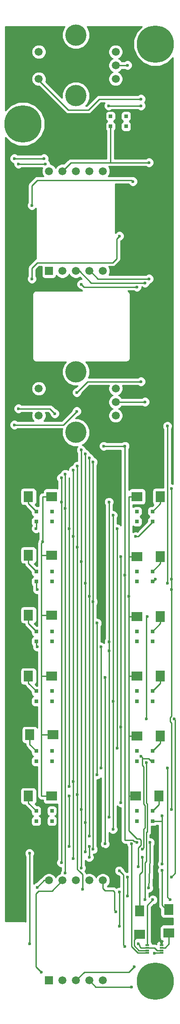
<source format=gbr>
G04 #@! TF.FileFunction,Copper,L1,Top,Signal*
%FSLAX46Y46*%
G04 Gerber Fmt 4.6, Leading zero omitted, Abs format (unit mm)*
G04 Created by KiCad (PCBNEW 4.0.4+e1-6308~48~ubuntu14.04.1-stable) date Thu Sep  7 12:23:15 2017*
%MOMM*%
%LPD*%
G01*
G04 APERTURE LIST*
%ADD10C,0.100000*%
%ADD11C,1.500000*%
%ADD12R,1.500000X1.500000*%
%ADD13C,4.000000*%
%ADD14R,2.000000X1.800000*%
%ADD15R,1.800000X2.000000*%
%ADD16R,0.700000X0.300000*%
%ADD17R,0.650000X0.700000*%
%ADD18C,7.000000*%
%ADD19C,0.600000*%
%ADD20C,0.250000*%
%ADD21C,0.254000*%
G04 APERTURE END LIST*
D10*
D11*
X108920000Y-27860000D03*
X111460000Y-27860000D03*
X114000000Y-27860000D03*
X116540000Y-27860000D03*
X119080000Y-27860000D03*
D12*
X108920000Y-46640000D03*
D11*
X111460000Y-46640000D03*
X119080000Y-46640000D03*
X116540000Y-46640000D03*
X114000000Y-46640000D03*
D13*
X114000000Y-65550000D03*
D11*
X107000000Y-73790000D03*
X121500000Y-68710000D03*
X121500000Y-71250000D03*
X121500000Y-73790000D03*
X107000000Y-68710000D03*
D13*
X114000000Y-76950000D03*
X114000000Y-2300000D03*
D11*
X107000000Y-10540000D03*
X121500000Y-5460000D03*
X121500000Y-8000000D03*
X121500000Y-10540000D03*
X107000000Y-5460000D03*
D13*
X114000000Y-13700000D03*
D11*
X108920000Y-161110000D03*
X111460000Y-161110000D03*
X114000000Y-161110000D03*
X116540000Y-161110000D03*
X119080000Y-161110000D03*
D12*
X108920000Y-179890000D03*
D11*
X111460000Y-179890000D03*
X119080000Y-179890000D03*
X116540000Y-179890000D03*
X114000000Y-179890000D03*
D14*
X109450000Y-89000000D03*
D15*
X105050000Y-89000000D03*
D14*
X109450000Y-100000000D03*
D15*
X105050000Y-100000000D03*
D14*
X109450000Y-111250000D03*
D15*
X105050000Y-111250000D03*
D14*
X109450000Y-122750000D03*
D15*
X105050000Y-122750000D03*
D14*
X109700000Y-133750000D03*
D15*
X105300000Y-133750000D03*
D14*
X125550000Y-89000000D03*
D15*
X129950000Y-89000000D03*
D14*
X125550000Y-100250000D03*
D15*
X129950000Y-100250000D03*
D14*
X125550000Y-111500000D03*
D15*
X129950000Y-111500000D03*
D14*
X125550000Y-122750000D03*
D15*
X129950000Y-122750000D03*
D14*
X125550000Y-134000000D03*
D15*
X129950000Y-134000000D03*
D14*
X125300000Y-145250000D03*
D15*
X129700000Y-145250000D03*
D16*
X127428000Y-173240000D03*
X127428000Y-173740000D03*
X127428000Y-174240000D03*
X127428000Y-174740000D03*
X130128000Y-174740000D03*
X130128000Y-174240000D03*
X130128000Y-173740000D03*
X130128000Y-173240000D03*
D15*
X126000000Y-166800000D03*
D14*
X126000000Y-171200000D03*
D15*
X131500000Y-166550000D03*
D14*
X131500000Y-170950000D03*
X109450000Y-145250000D03*
D15*
X105050000Y-145250000D03*
D17*
X120525000Y-19450000D03*
X120525000Y-17550000D03*
X123475000Y-19450000D03*
X123475000Y-17550000D03*
X106525000Y-93700000D03*
X106525000Y-91800000D03*
X109475000Y-93700000D03*
X109475000Y-91800000D03*
X106525000Y-104950000D03*
X106525000Y-103050000D03*
X109475000Y-104950000D03*
X109475000Y-103050000D03*
X106525000Y-116200000D03*
X106525000Y-114300000D03*
X109475000Y-116200000D03*
X109475000Y-114300000D03*
X106525000Y-127450000D03*
X106525000Y-125550000D03*
X109475000Y-127450000D03*
X109475000Y-125550000D03*
X106525000Y-138700000D03*
X106525000Y-136800000D03*
X109475000Y-138700000D03*
X109475000Y-136800000D03*
X106525000Y-149950000D03*
X106525000Y-148050000D03*
X109475000Y-149950000D03*
X109475000Y-148050000D03*
X128475000Y-91800000D03*
X128475000Y-93700000D03*
X125525000Y-91800000D03*
X125525000Y-93700000D03*
X128475000Y-103050000D03*
X128475000Y-104950000D03*
X125525000Y-103050000D03*
X125525000Y-104950000D03*
X128475000Y-114300000D03*
X128475000Y-116200000D03*
X125525000Y-114300000D03*
X125525000Y-116200000D03*
X128475000Y-125550000D03*
X128475000Y-127450000D03*
X125525000Y-125550000D03*
X125525000Y-127450000D03*
X128475000Y-136800000D03*
X128475000Y-138700000D03*
X125525000Y-136800000D03*
X125525000Y-138700000D03*
X128475000Y-148050000D03*
X128475000Y-149950000D03*
X125525000Y-148050000D03*
X125525000Y-149950000D03*
D18*
X104000000Y-19000000D03*
X129000000Y-4000000D03*
X129000000Y-180000000D03*
D19*
X131250000Y-105250000D03*
X131250000Y-75750000D03*
X126278000Y-14304000D03*
X123738000Y-7954000D03*
X127802000Y-26242000D03*
X127802000Y-48086000D03*
X120525000Y-17550000D03*
X107442000Y-178308000D03*
X124460000Y-181102000D03*
X125730000Y-172974000D03*
X119250000Y-79500000D03*
X123250000Y-79500000D03*
X128000000Y-154000000D03*
X125500000Y-154000000D03*
X127750000Y-162500000D03*
X123250000Y-103750000D03*
X127040000Y-48848000D03*
X127040000Y-71200000D03*
X124968000Y-177292000D03*
X122500000Y-132250000D03*
X106500000Y-150000000D03*
X130250000Y-158000000D03*
X130250000Y-149000000D03*
X122500000Y-100250000D03*
X122500000Y-146500000D03*
X106525000Y-138700000D03*
X126500000Y-155250000D03*
X126250000Y-137750000D03*
X121750000Y-95000000D03*
X121750000Y-136250000D03*
X128475000Y-127450000D03*
X121000000Y-127500000D03*
X106525000Y-127450000D03*
X121000000Y-151500000D03*
X121000000Y-92500000D03*
X128475000Y-116200000D03*
X120250000Y-116250000D03*
X120250000Y-118000000D03*
X106750000Y-117250000D03*
X120250000Y-149250000D03*
X120250000Y-90000000D03*
X129000000Y-104500000D03*
X132000000Y-104500000D03*
X106750000Y-106500000D03*
X132000000Y-147750000D03*
X132000000Y-106500000D03*
X132000000Y-87500000D03*
X125250000Y-96500000D03*
X106500000Y-95000000D03*
X112750000Y-143500000D03*
X112750000Y-95000000D03*
X102500000Y-87500000D03*
X102390000Y-117910000D03*
X128778000Y-161798000D03*
X103124000Y-153924000D03*
X118110000Y-154178000D03*
X123444000Y-159258000D03*
X113500000Y-84000000D03*
X113500000Y-157000000D03*
X113500000Y-142500000D03*
X113500000Y-96500000D03*
X105704000Y-34284000D03*
X124754000Y-29798000D03*
X114250000Y-83250000D03*
X115250000Y-162750000D03*
X122250000Y-163250000D03*
X122250000Y-169750000D03*
X114250000Y-145000000D03*
X114250000Y-98500000D03*
X115000000Y-158750000D03*
X122174000Y-159258000D03*
X123190000Y-173482000D03*
X115000000Y-80250000D03*
X115000000Y-147750000D03*
X115000000Y-101250000D03*
X122214000Y-40044000D03*
X105704000Y-48086000D03*
X115750000Y-81000000D03*
X105250000Y-173000000D03*
X105250000Y-156000000D03*
X115750000Y-155750000D03*
X115750000Y-150250000D03*
X115750000Y-105250000D03*
X116500000Y-81750000D03*
X116500000Y-152750000D03*
X116500000Y-107750000D03*
X108244000Y-26496000D03*
X103164000Y-26496000D03*
X110022000Y-73400000D03*
X103164000Y-72470000D03*
X117250000Y-82500000D03*
X117250000Y-155250000D03*
X117250000Y-108750000D03*
X102402000Y-25480000D03*
X107990000Y-25480000D03*
X114172000Y-72978000D03*
X102402000Y-75518000D03*
X111250000Y-85500000D03*
X111250000Y-157750000D03*
X111250000Y-90000000D03*
X126278000Y-15574000D03*
X120182000Y-15574000D03*
X114172000Y-69422000D03*
X126278000Y-67390000D03*
X112000000Y-84750000D03*
X123750000Y-160500000D03*
X123750000Y-164000000D03*
X112000000Y-159750000D03*
X112000000Y-91250000D03*
X115016000Y-49102000D03*
X125516000Y-49610000D03*
X127500000Y-111500000D03*
X132000000Y-160500000D03*
X132500000Y-130750000D03*
X127250000Y-130750000D03*
X106720000Y-162386000D03*
X121500000Y-167000000D03*
X128778000Y-174752000D03*
X127250000Y-139000000D03*
X127000000Y-164750000D03*
X118750000Y-140000000D03*
X118750000Y-117250000D03*
X128500000Y-164750000D03*
X131750000Y-164750000D03*
X131250000Y-140000000D03*
X118000000Y-141250000D03*
X118000000Y-112750000D03*
X109500000Y-145250000D03*
X112750000Y-145250000D03*
X112750000Y-154750000D03*
X116500000Y-154750000D03*
X116500000Y-156750000D03*
X126500000Y-156750000D03*
X107750000Y-97500000D03*
X130250000Y-159250000D03*
X125730000Y-158496000D03*
X124000000Y-107750000D03*
X119500000Y-123000000D03*
X119500000Y-154250000D03*
X124500000Y-154250000D03*
D20*
X120525000Y-19450000D02*
X120525000Y-26242000D01*
X120500000Y-26250000D02*
X120500000Y-26242000D01*
X120517000Y-26250000D02*
X120500000Y-26250000D01*
X120525000Y-26242000D02*
X120517000Y-26250000D01*
X131250000Y-105250000D02*
X131250000Y-85250000D01*
X131250000Y-75750000D02*
X131250000Y-85250000D01*
X107000000Y-10540000D02*
X107000000Y-10774000D01*
X107000000Y-10774000D02*
X112562000Y-16336000D01*
X112562000Y-16336000D02*
X116372000Y-16336000D01*
X116372000Y-16336000D02*
X118404000Y-14304000D01*
X118404000Y-14304000D02*
X126278000Y-14304000D01*
X121500000Y-8000000D02*
X123692000Y-8000000D01*
X123692000Y-8000000D02*
X123738000Y-7954000D01*
X111460000Y-27860000D02*
X111460000Y-27852000D01*
X111460000Y-27852000D02*
X113070000Y-26242000D01*
X113070000Y-26242000D02*
X120500000Y-26242000D01*
X120500000Y-26242000D02*
X127802000Y-26242000D01*
X116540000Y-46640000D02*
X116704000Y-46640000D01*
X116704000Y-46640000D02*
X118150000Y-48086000D01*
X118150000Y-48086000D02*
X127802000Y-48086000D01*
X109502000Y-163068000D02*
X111460000Y-161110000D01*
X106934000Y-163068000D02*
X109502000Y-163068000D01*
X106426000Y-163576000D02*
X106934000Y-163068000D01*
X106426000Y-177292000D02*
X106426000Y-163576000D01*
X107442000Y-178308000D02*
X106426000Y-177292000D01*
X116540000Y-179890000D02*
X117752000Y-181102000D01*
X124460000Y-181102000D02*
X117752000Y-181102000D01*
X126242000Y-173740000D02*
X127428000Y-173740000D01*
X125984000Y-173482000D02*
X126242000Y-173740000D01*
X125984000Y-173228000D02*
X125984000Y-173482000D01*
X125730000Y-172974000D02*
X125984000Y-173228000D01*
X130128000Y-174240000D02*
X129282000Y-174240000D01*
X128782000Y-173740000D02*
X127428000Y-173740000D01*
X129282000Y-174240000D02*
X128782000Y-173740000D01*
X119250000Y-79500000D02*
X123250000Y-79500000D01*
X123250000Y-79500000D02*
X123250000Y-85750000D01*
X123250000Y-103750000D02*
X123250000Y-85750000D01*
X123250000Y-153500000D02*
X124750000Y-153500000D01*
X128000000Y-154000000D02*
X127989151Y-156999528D01*
X125250000Y-153750000D02*
X125500000Y-154000000D01*
X125000000Y-153750000D02*
X125250000Y-153750000D01*
X124750000Y-153500000D02*
X125000000Y-153750000D01*
X127750000Y-162500000D02*
X127989151Y-156999528D01*
X123250000Y-130250000D02*
X123250000Y-103750000D01*
X123250000Y-153500000D02*
X123250000Y-130250000D01*
X114000000Y-46640000D02*
X114672000Y-46640000D01*
X114672000Y-46640000D02*
X116880000Y-48848000D01*
X116880000Y-48848000D02*
X127040000Y-48848000D01*
X121500000Y-71250000D02*
X126990000Y-71250000D01*
X126990000Y-71250000D02*
X127040000Y-71200000D01*
X115582000Y-178308000D02*
X114000000Y-179890000D01*
X123952000Y-178308000D02*
X115582000Y-178308000D01*
X124968000Y-177292000D02*
X123952000Y-178308000D01*
X128475000Y-149950000D02*
X130250000Y-149950000D01*
X130250000Y-149950000D02*
X130250000Y-150000000D01*
X106500000Y-150000000D02*
X106525000Y-149975000D01*
X106525000Y-149975000D02*
X106525000Y-149950000D01*
X130250000Y-157000000D02*
X130250000Y-158000000D01*
X130250000Y-149000000D02*
X130250000Y-150000000D01*
X130250000Y-150000000D02*
X130250000Y-157000000D01*
X122500000Y-130250000D02*
X122500000Y-132250000D01*
X122500000Y-132250000D02*
X122500000Y-146500000D01*
X122500000Y-100250000D02*
X122500000Y-130250000D01*
X128475000Y-138700000D02*
X128200000Y-138700000D01*
X128200000Y-138700000D02*
X127750000Y-138250000D01*
X127750000Y-138250000D02*
X126500000Y-138250000D01*
X126750000Y-146750000D02*
X126799998Y-146750000D01*
X127049998Y-151200002D02*
X126750000Y-151500000D01*
X127049998Y-147000000D02*
X127049998Y-151200002D01*
X126799998Y-146750000D02*
X127049998Y-147000000D01*
X126750000Y-151500000D02*
X126750000Y-155000000D01*
X126500000Y-138000000D02*
X126500000Y-138250000D01*
X126500000Y-138250000D02*
X126500000Y-139500000D01*
X126500000Y-139500000D02*
X126750000Y-139750000D01*
X126750000Y-139750000D02*
X126750000Y-146750000D01*
X126250000Y-137750000D02*
X126500000Y-138000000D01*
X126750000Y-155000000D02*
X126500000Y-155250000D01*
X121750000Y-130000000D02*
X121750000Y-136250000D01*
X121750000Y-95000000D02*
X121750000Y-130000000D01*
X121000000Y-130250000D02*
X121000000Y-151500000D01*
X121000000Y-127500000D02*
X121000000Y-130250000D01*
X121000000Y-126500000D02*
X121000000Y-127500000D01*
X121000000Y-92500000D02*
X121000000Y-126500000D01*
X106525000Y-116200000D02*
X106525000Y-117025000D01*
X106525000Y-117025000D02*
X106750000Y-117250000D01*
X120250000Y-130250000D02*
X120250000Y-149250000D01*
X120250000Y-115250000D02*
X120250000Y-116250000D01*
X120250000Y-116250000D02*
X120250000Y-118000000D01*
X120250000Y-118000000D02*
X120250000Y-130250000D01*
X120250000Y-90000000D02*
X120250000Y-115250000D01*
X128475000Y-104950000D02*
X128550000Y-104950000D01*
X128550000Y-104950000D02*
X129000000Y-104500000D01*
X106525000Y-104950000D02*
X106525000Y-106275000D01*
X106525000Y-106275000D02*
X106750000Y-106500000D01*
X132000000Y-146500000D02*
X132000000Y-147750000D01*
X131750000Y-130500000D02*
X131750000Y-131250000D01*
X131750000Y-131250000D02*
X132000000Y-131500000D01*
X132000000Y-131500000D02*
X132000000Y-146500000D01*
X132000000Y-106500000D02*
X132000000Y-130250000D01*
X132000000Y-130250000D02*
X131750000Y-130500000D01*
X132000000Y-106000000D02*
X132000000Y-106500000D01*
X132000000Y-87500000D02*
X132000000Y-104500000D01*
X132000000Y-104500000D02*
X132000000Y-106000000D01*
X128475000Y-93700000D02*
X128475000Y-93775000D01*
X128475000Y-93775000D02*
X125750000Y-96500000D01*
X125750000Y-96500000D02*
X125250000Y-96500000D01*
X106525000Y-93700000D02*
X106525000Y-94975000D01*
X106525000Y-94975000D02*
X106500000Y-95000000D01*
X112750000Y-130250000D02*
X112750000Y-143500000D01*
X112750000Y-95000000D02*
X112750000Y-130250000D01*
X112750000Y-95000000D02*
X112750000Y-92750000D01*
X112750000Y-92750000D02*
X112750000Y-85500000D01*
X102500000Y-117800000D02*
X102390000Y-117910000D01*
X102500000Y-117800000D02*
X102500000Y-87500000D01*
X129540000Y-162560000D02*
X128778000Y-161798000D01*
X129540000Y-172212000D02*
X129540000Y-162560000D01*
X130128000Y-172800000D02*
X129540000Y-172212000D01*
X130128000Y-172800000D02*
X130128000Y-173240000D01*
X102390000Y-153190000D02*
X102390000Y-117910000D01*
X103124000Y-153924000D02*
X102390000Y-153190000D01*
X118872000Y-154940000D02*
X118110000Y-154178000D01*
X119126000Y-154940000D02*
X118872000Y-154940000D01*
X123444000Y-159258000D02*
X119126000Y-154940000D01*
X113500000Y-85250000D02*
X113500000Y-96500000D01*
X113500000Y-84000000D02*
X113500000Y-85250000D01*
X113500000Y-156000000D02*
X113500000Y-157000000D01*
X113500000Y-142500000D02*
X113500000Y-156000000D01*
X113500000Y-142500000D02*
X113500000Y-130250000D01*
X113500000Y-130250000D02*
X113500000Y-96500000D01*
X124500000Y-29544000D02*
X124754000Y-29798000D01*
X106720000Y-29544000D02*
X124500000Y-29544000D01*
X105704000Y-30560000D02*
X106720000Y-29544000D01*
X105704000Y-30560000D02*
X105704000Y-34284000D01*
X114250000Y-85000000D02*
X114250000Y-98500000D01*
X114250000Y-83250000D02*
X114250000Y-85000000D01*
X114250000Y-156000000D02*
X114250000Y-145000000D01*
X114250000Y-159000000D02*
X114250000Y-156000000D01*
X114750000Y-159500000D02*
X114250000Y-159000000D01*
X115250000Y-160000000D02*
X114750000Y-159500000D01*
X115250000Y-162750000D02*
X115250000Y-160000000D01*
X122250000Y-169750000D02*
X122250000Y-163250000D01*
X114250000Y-130250000D02*
X114250000Y-145000000D01*
X114250000Y-98500000D02*
X114250000Y-130250000D01*
X115000000Y-158750000D02*
X115000000Y-156000000D01*
X115000000Y-147750000D02*
X115000000Y-156000000D01*
X122936000Y-160020000D02*
X122174000Y-159258000D01*
X122936000Y-173228000D02*
X122936000Y-160020000D01*
X123190000Y-173482000D02*
X122936000Y-173228000D01*
X115000000Y-85500000D02*
X115000000Y-101250000D01*
X115000000Y-80250000D02*
X115000000Y-85500000D01*
X115000000Y-130250000D02*
X115000000Y-147750000D01*
X115000000Y-101250000D02*
X115000000Y-130250000D01*
X121960000Y-40298000D02*
X122214000Y-40044000D01*
X105704000Y-46054000D02*
X105704000Y-48086000D01*
X106720000Y-45038000D02*
X105704000Y-46054000D01*
X120944000Y-45038000D02*
X106720000Y-45038000D01*
X121706000Y-44276000D02*
X120944000Y-45038000D01*
X121706000Y-40552000D02*
X121706000Y-44276000D01*
X122214000Y-40044000D02*
X121706000Y-40552000D01*
X115750000Y-85500000D02*
X115750000Y-105250000D01*
X115750000Y-81000000D02*
X115750000Y-85500000D01*
X105250000Y-173000000D02*
X105250000Y-156000000D01*
X115750000Y-150250000D02*
X115750000Y-155750000D01*
X115750000Y-130250000D02*
X115750000Y-150250000D01*
X115750000Y-105250000D02*
X115750000Y-130250000D01*
X116500000Y-85500000D02*
X116500000Y-107750000D01*
X116500000Y-81750000D02*
X116500000Y-85500000D01*
X116500000Y-130250000D02*
X116500000Y-152750000D01*
X116500000Y-107750000D02*
X116500000Y-130250000D01*
X103164000Y-26496000D02*
X108244000Y-26496000D01*
X103164000Y-72470000D02*
X109092000Y-72470000D01*
X109092000Y-72470000D02*
X110022000Y-73400000D01*
X117250000Y-85500000D02*
X117250000Y-108750000D01*
X117250000Y-82500000D02*
X117250000Y-85500000D01*
X117250000Y-130250000D02*
X117250000Y-155250000D01*
X117250000Y-108750000D02*
X117250000Y-130250000D01*
X107990000Y-25480000D02*
X102402000Y-25480000D01*
X102402000Y-75518000D02*
X111632000Y-75518000D01*
X111632000Y-75518000D02*
X114172000Y-72978000D01*
X111250000Y-85500000D02*
X111250000Y-90000000D01*
X111250000Y-130000000D02*
X111250000Y-157750000D01*
X111250000Y-90000000D02*
X111250000Y-130000000D01*
X111250000Y-130000000D02*
X111250000Y-130250000D01*
X120268000Y-15574000D02*
X126278000Y-15574000D01*
X120182000Y-15574000D02*
X120268000Y-15574000D01*
X116204000Y-67390000D02*
X114172000Y-69422000D01*
X126278000Y-67390000D02*
X116204000Y-67390000D01*
X112000000Y-85750000D02*
X112000000Y-91250000D01*
X112000000Y-84750000D02*
X112000000Y-85750000D01*
X123750000Y-164000000D02*
X123750000Y-160500000D01*
X112000000Y-158750000D02*
X112000000Y-159750000D01*
X112000000Y-130250000D02*
X112000000Y-158750000D01*
X112000000Y-91250000D02*
X112000000Y-130250000D01*
X125516000Y-49610000D02*
X115524000Y-49610000D01*
X115524000Y-49610000D02*
X115016000Y-49102000D01*
X127250000Y-130250000D02*
X127250000Y-130750000D01*
X127250000Y-111750000D02*
X127250000Y-130250000D01*
X127500000Y-111500000D02*
X127250000Y-111750000D01*
X132750000Y-159750000D02*
X132000000Y-160500000D01*
X132750000Y-131000000D02*
X132750000Y-159750000D01*
X132500000Y-130750000D02*
X132750000Y-131000000D01*
X106720000Y-162386000D02*
X107996000Y-161110000D01*
X107996000Y-161110000D02*
X108920000Y-161110000D01*
X119080000Y-161110000D02*
X119080000Y-162580000D01*
X121250000Y-166750000D02*
X121500000Y-167000000D01*
X121250000Y-163250000D02*
X121250000Y-166750000D01*
X121000000Y-163000000D02*
X121250000Y-163250000D01*
X119500000Y-163000000D02*
X121000000Y-163000000D01*
X119080000Y-162580000D02*
X119500000Y-163000000D01*
X130128000Y-174740000D02*
X128790000Y-174740000D01*
X128790000Y-174740000D02*
X128778000Y-174752000D01*
X127250000Y-146500000D02*
X127500000Y-146750000D01*
X127500000Y-152000000D02*
X127250000Y-152000000D01*
X127500000Y-146750000D02*
X127500000Y-152000000D01*
X127000000Y-164750000D02*
X127000000Y-157750000D01*
X127000000Y-157750000D02*
X127250000Y-157500000D01*
X127250000Y-157500000D02*
X127250000Y-152000000D01*
X127250000Y-139250000D02*
X127250000Y-139000000D01*
X127250000Y-146500000D02*
X127250000Y-139250000D01*
X127000000Y-164500000D02*
X127000000Y-164750000D01*
X118750000Y-130250000D02*
X118750000Y-140000000D01*
X118750000Y-117250000D02*
X118750000Y-130250000D01*
X127428000Y-173240000D02*
X127428000Y-165822000D01*
X131750000Y-164750000D02*
X131250000Y-164250000D01*
X131250000Y-164250000D02*
X131250000Y-140000000D01*
X127428000Y-165822000D02*
X128500000Y-164750000D01*
X118000000Y-130250000D02*
X118000000Y-141250000D01*
X118000000Y-112750000D02*
X118000000Y-130250000D01*
X126000000Y-166800000D02*
X126000000Y-160000000D01*
X109500000Y-145250000D02*
X109450000Y-145250000D01*
X112750000Y-154750000D02*
X112750000Y-145250000D01*
X116500000Y-156750000D02*
X116500000Y-154750000D01*
X126500000Y-159500000D02*
X126500000Y-156750000D01*
X126000000Y-160000000D02*
X126500000Y-159500000D01*
X109700000Y-133750000D02*
X107500000Y-133750000D01*
X107500000Y-130000000D02*
X107500000Y-133750000D01*
X107500000Y-133750000D02*
X107500000Y-145250000D01*
X107500000Y-145250000D02*
X109450000Y-145250000D01*
X109450000Y-122750000D02*
X107500000Y-122750000D01*
X109450000Y-111250000D02*
X107500000Y-111250000D01*
X107500000Y-100000000D02*
X109450000Y-100000000D01*
X107750000Y-97500000D02*
X107750000Y-89000000D01*
X107750000Y-89000000D02*
X109450000Y-89000000D01*
X107500000Y-97750000D02*
X107500000Y-100000000D01*
X107500000Y-100000000D02*
X107500000Y-111250000D01*
X107500000Y-111250000D02*
X107500000Y-122750000D01*
X107500000Y-122750000D02*
X107500000Y-130000000D01*
X107500000Y-130000000D02*
X107500000Y-130250000D01*
X107750000Y-97500000D02*
X107500000Y-97750000D01*
X127428000Y-174240000D02*
X125854398Y-174240000D01*
X124968000Y-172232000D02*
X126000000Y-171200000D01*
X124968000Y-173353602D02*
X124968000Y-172232000D01*
X125854398Y-174240000D02*
X124968000Y-173353602D01*
X124000000Y-145250000D02*
X124000000Y-151750000D01*
X130250000Y-165750000D02*
X131050000Y-166550000D01*
X130250000Y-159250000D02*
X130250000Y-165750000D01*
X125750000Y-155000000D02*
X125730000Y-158496000D01*
X126250000Y-154500000D02*
X125750000Y-155000000D01*
X126250000Y-153500000D02*
X126250000Y-154500000D01*
X126000000Y-153250000D02*
X126250000Y-153500000D01*
X125500000Y-153250000D02*
X126000000Y-153250000D01*
X124000000Y-151750000D02*
X125500000Y-153250000D01*
X131050000Y-166550000D02*
X131500000Y-166550000D01*
X125550000Y-134000000D02*
X124000000Y-134000000D01*
X124000000Y-130250000D02*
X124000000Y-134000000D01*
X124000000Y-134000000D02*
X124000000Y-145250000D01*
X124000000Y-122750000D02*
X124000000Y-130250000D01*
X124000000Y-145250000D02*
X125300000Y-145250000D01*
X125550000Y-100250000D02*
X124000000Y-100250000D01*
X124000000Y-107750000D02*
X124000000Y-100250000D01*
X124000000Y-100250000D02*
X124000000Y-89000000D01*
X124000000Y-89000000D02*
X125550000Y-89000000D01*
X124000000Y-111500000D02*
X124000000Y-107750000D01*
X125550000Y-122750000D02*
X124000000Y-122750000D01*
X125550000Y-111500000D02*
X124000000Y-111500000D01*
X124000000Y-122750000D02*
X124000000Y-111500000D01*
X130128000Y-173740000D02*
X130806000Y-173740000D01*
X131500000Y-173046000D02*
X131500000Y-170950000D01*
X130806000Y-173740000D02*
X131500000Y-173046000D01*
X131950000Y-170950000D02*
X131500000Y-170950000D01*
X106525000Y-91800000D02*
X106525000Y-91775000D01*
X106525000Y-91775000D02*
X105050000Y-90300000D01*
X105050000Y-90300000D02*
X105050000Y-89000000D01*
X105050000Y-100000000D02*
X105050000Y-101575000D01*
X105050000Y-101575000D02*
X106525000Y-103050000D01*
X105050000Y-111250000D02*
X105050000Y-112825000D01*
X105050000Y-112825000D02*
X106525000Y-114300000D01*
X105050000Y-122750000D02*
X105050000Y-124075000D01*
X105050000Y-124075000D02*
X106525000Y-125550000D01*
X105300000Y-133750000D02*
X105300000Y-135575000D01*
X105300000Y-135575000D02*
X106525000Y-136800000D01*
X105050000Y-145250000D02*
X105050000Y-146575000D01*
X105050000Y-146575000D02*
X106525000Y-148050000D01*
X129950000Y-89000000D02*
X129950000Y-90325000D01*
X129950000Y-90325000D02*
X128475000Y-91800000D01*
X129950000Y-100250000D02*
X129950000Y-101575000D01*
X129950000Y-101575000D02*
X128475000Y-103050000D01*
X129950000Y-111500000D02*
X129950000Y-112825000D01*
X129950000Y-112825000D02*
X128475000Y-114300000D01*
X129950000Y-122750000D02*
X129950000Y-124075000D01*
X129950000Y-124075000D02*
X128475000Y-125550000D01*
X129950000Y-134000000D02*
X129950000Y-135325000D01*
X129950000Y-135325000D02*
X128475000Y-136800000D01*
X129700000Y-145250000D02*
X129700000Y-146825000D01*
X129700000Y-146825000D02*
X128475000Y-148050000D01*
X129700000Y-145250000D02*
X129700000Y-146200000D01*
X127428000Y-174740000D02*
X125718000Y-174740000D01*
X125718000Y-174740000D02*
X124500000Y-173522000D01*
X119500000Y-123000000D02*
X119500000Y-130250000D01*
X119500000Y-130250000D02*
X119500000Y-154250000D01*
X124500000Y-173522000D02*
X124500000Y-154250000D01*
D21*
G36*
X129490000Y-157437537D02*
X129457808Y-157469673D01*
X129315162Y-157813201D01*
X129314838Y-158185167D01*
X129456883Y-158528943D01*
X129552710Y-158624937D01*
X129457808Y-158719673D01*
X129315162Y-159063201D01*
X129314838Y-159435167D01*
X129456883Y-159778943D01*
X129490000Y-159812118D01*
X129490000Y-165750000D01*
X129547852Y-166040839D01*
X129712599Y-166287401D01*
X129952560Y-166527362D01*
X129952560Y-167550000D01*
X129996838Y-167785317D01*
X130135910Y-168001441D01*
X130348110Y-168146431D01*
X130600000Y-168197440D01*
X132290000Y-168197440D01*
X132290000Y-169402560D01*
X130500000Y-169402560D01*
X130264683Y-169446838D01*
X130048559Y-169585910D01*
X129903569Y-169798110D01*
X129852560Y-170050000D01*
X129852560Y-171850000D01*
X129896838Y-172085317D01*
X130035910Y-172301441D01*
X130248110Y-172446431D01*
X130392982Y-172475768D01*
X130255000Y-172613750D01*
X130255000Y-172942560D01*
X130001000Y-172942560D01*
X130001000Y-172613750D01*
X129842250Y-172455000D01*
X129651690Y-172455000D01*
X129418301Y-172551673D01*
X129239673Y-172730302D01*
X129143000Y-172963691D01*
X129143000Y-173006250D01*
X129249748Y-173112998D01*
X129185303Y-173112998D01*
X129072839Y-173037852D01*
X128782000Y-172980000D01*
X128404742Y-172980000D01*
X128381162Y-172854683D01*
X128242090Y-172638559D01*
X128188000Y-172601601D01*
X128188000Y-166136802D01*
X128639680Y-165685122D01*
X128685167Y-165685162D01*
X129028943Y-165543117D01*
X129292192Y-165280327D01*
X129434838Y-164936799D01*
X129435162Y-164564833D01*
X129293117Y-164221057D01*
X129030327Y-163957808D01*
X128686799Y-163815162D01*
X128314833Y-163814838D01*
X127971057Y-163956883D01*
X127760000Y-164167572D01*
X127760000Y-163435009D01*
X127935167Y-163435162D01*
X128278943Y-163293117D01*
X128542192Y-163030327D01*
X128684838Y-162686799D01*
X128685162Y-162314833D01*
X128543117Y-161971057D01*
X128534108Y-161962032D01*
X128748434Y-157032541D01*
X128746092Y-157017344D01*
X128749146Y-157002277D01*
X128757963Y-154564496D01*
X128792192Y-154530327D01*
X128934838Y-154186799D01*
X128935162Y-153814833D01*
X128793117Y-153471057D01*
X128530327Y-153207808D01*
X128186799Y-153065162D01*
X128010000Y-153065008D01*
X128010000Y-152555710D01*
X128037401Y-152537401D01*
X128202148Y-152290839D01*
X128260000Y-152000000D01*
X128260000Y-150947440D01*
X128800000Y-150947440D01*
X129035317Y-150903162D01*
X129251441Y-150764090D01*
X129288399Y-150710000D01*
X129490000Y-150710000D01*
X129490000Y-157437537D01*
X129490000Y-157437537D01*
G37*
X129490000Y-157437537D02*
X129457808Y-157469673D01*
X129315162Y-157813201D01*
X129314838Y-158185167D01*
X129456883Y-158528943D01*
X129552710Y-158624937D01*
X129457808Y-158719673D01*
X129315162Y-159063201D01*
X129314838Y-159435167D01*
X129456883Y-159778943D01*
X129490000Y-159812118D01*
X129490000Y-165750000D01*
X129547852Y-166040839D01*
X129712599Y-166287401D01*
X129952560Y-166527362D01*
X129952560Y-167550000D01*
X129996838Y-167785317D01*
X130135910Y-168001441D01*
X130348110Y-168146431D01*
X130600000Y-168197440D01*
X132290000Y-168197440D01*
X132290000Y-169402560D01*
X130500000Y-169402560D01*
X130264683Y-169446838D01*
X130048559Y-169585910D01*
X129903569Y-169798110D01*
X129852560Y-170050000D01*
X129852560Y-171850000D01*
X129896838Y-172085317D01*
X130035910Y-172301441D01*
X130248110Y-172446431D01*
X130392982Y-172475768D01*
X130255000Y-172613750D01*
X130255000Y-172942560D01*
X130001000Y-172942560D01*
X130001000Y-172613750D01*
X129842250Y-172455000D01*
X129651690Y-172455000D01*
X129418301Y-172551673D01*
X129239673Y-172730302D01*
X129143000Y-172963691D01*
X129143000Y-173006250D01*
X129249748Y-173112998D01*
X129185303Y-173112998D01*
X129072839Y-173037852D01*
X128782000Y-172980000D01*
X128404742Y-172980000D01*
X128381162Y-172854683D01*
X128242090Y-172638559D01*
X128188000Y-172601601D01*
X128188000Y-166136802D01*
X128639680Y-165685122D01*
X128685167Y-165685162D01*
X129028943Y-165543117D01*
X129292192Y-165280327D01*
X129434838Y-164936799D01*
X129435162Y-164564833D01*
X129293117Y-164221057D01*
X129030327Y-163957808D01*
X128686799Y-163815162D01*
X128314833Y-163814838D01*
X127971057Y-163956883D01*
X127760000Y-164167572D01*
X127760000Y-163435009D01*
X127935167Y-163435162D01*
X128278943Y-163293117D01*
X128542192Y-163030327D01*
X128684838Y-162686799D01*
X128685162Y-162314833D01*
X128543117Y-161971057D01*
X128534108Y-161962032D01*
X128748434Y-157032541D01*
X128746092Y-157017344D01*
X128749146Y-157002277D01*
X128757963Y-154564496D01*
X128792192Y-154530327D01*
X128934838Y-154186799D01*
X128935162Y-153814833D01*
X128793117Y-153471057D01*
X128530327Y-153207808D01*
X128186799Y-153065162D01*
X128010000Y-153065008D01*
X128010000Y-152555710D01*
X128037401Y-152537401D01*
X128202148Y-152290839D01*
X128260000Y-152000000D01*
X128260000Y-150947440D01*
X128800000Y-150947440D01*
X129035317Y-150903162D01*
X129251441Y-150764090D01*
X129288399Y-150710000D01*
X129490000Y-150710000D01*
X129490000Y-157437537D01*
G36*
X111767458Y-805443D02*
X111365458Y-1773567D01*
X111364543Y-2821834D01*
X111764853Y-3790658D01*
X112505443Y-4532542D01*
X113473567Y-4934542D01*
X114521834Y-4935457D01*
X115490658Y-4535147D01*
X116232542Y-3794557D01*
X116634542Y-2826433D01*
X116635457Y-1778166D01*
X116235147Y-809342D01*
X116135978Y-710000D01*
X126442865Y-710000D01*
X125496562Y-1654653D01*
X124865720Y-3173889D01*
X124864284Y-4818894D01*
X125492474Y-6339229D01*
X126654653Y-7503438D01*
X128173889Y-8134280D01*
X129818894Y-8135716D01*
X131339229Y-7507526D01*
X132290000Y-6558413D01*
X132290000Y-86608015D01*
X132186799Y-86565162D01*
X132010000Y-86565008D01*
X132010000Y-76312463D01*
X132042192Y-76280327D01*
X132184838Y-75936799D01*
X132185162Y-75564833D01*
X132043117Y-75221057D01*
X131780327Y-74957808D01*
X131436799Y-74815162D01*
X131064833Y-74814838D01*
X130721057Y-74956883D01*
X130457808Y-75219673D01*
X130315162Y-75563201D01*
X130314838Y-75935167D01*
X130456883Y-76278943D01*
X130490000Y-76312118D01*
X130490000Y-87352560D01*
X129050000Y-87352560D01*
X128814683Y-87396838D01*
X128598559Y-87535910D01*
X128453569Y-87748110D01*
X128402560Y-88000000D01*
X128402560Y-90000000D01*
X128446838Y-90235317D01*
X128585910Y-90451441D01*
X128682654Y-90517544D01*
X128397638Y-90802560D01*
X128150000Y-90802560D01*
X127914683Y-90846838D01*
X127698559Y-90985910D01*
X127553569Y-91198110D01*
X127502560Y-91450000D01*
X127502560Y-92150000D01*
X127546838Y-92385317D01*
X127685910Y-92601441D01*
X127898110Y-92746431D01*
X127911197Y-92749081D01*
X127698559Y-92885910D01*
X127553569Y-93098110D01*
X127502560Y-93350000D01*
X127502560Y-93672638D01*
X125559207Y-95615991D01*
X125436799Y-95565162D01*
X125064833Y-95564838D01*
X124760000Y-95690792D01*
X124760000Y-94517901D01*
X124948110Y-94646431D01*
X125200000Y-94697440D01*
X125850000Y-94697440D01*
X126085317Y-94653162D01*
X126301441Y-94514090D01*
X126446431Y-94301890D01*
X126497440Y-94050000D01*
X126497440Y-93350000D01*
X126453162Y-93114683D01*
X126314090Y-92898559D01*
X126101890Y-92753569D01*
X126088803Y-92750919D01*
X126301441Y-92614090D01*
X126446431Y-92401890D01*
X126497440Y-92150000D01*
X126497440Y-91450000D01*
X126453162Y-91214683D01*
X126314090Y-90998559D01*
X126101890Y-90853569D01*
X125850000Y-90802560D01*
X125200000Y-90802560D01*
X124964683Y-90846838D01*
X124760000Y-90978548D01*
X124760000Y-90547440D01*
X126550000Y-90547440D01*
X126785317Y-90503162D01*
X127001441Y-90364090D01*
X127146431Y-90151890D01*
X127197440Y-89900000D01*
X127197440Y-88100000D01*
X127153162Y-87864683D01*
X127014090Y-87648559D01*
X126801890Y-87503569D01*
X126550000Y-87452560D01*
X124550000Y-87452560D01*
X124314683Y-87496838D01*
X124098559Y-87635910D01*
X124010000Y-87765520D01*
X124010000Y-80062463D01*
X124042192Y-80030327D01*
X124184838Y-79686799D01*
X124185162Y-79314833D01*
X124043117Y-78971057D01*
X123780327Y-78707808D01*
X123436799Y-78565162D01*
X123064833Y-78564838D01*
X122721057Y-78706883D01*
X122687882Y-78740000D01*
X119812463Y-78740000D01*
X119780327Y-78707808D01*
X119436799Y-78565162D01*
X119064833Y-78564838D01*
X118721057Y-78706883D01*
X118457808Y-78969673D01*
X118315162Y-79313201D01*
X118314838Y-79685167D01*
X118456883Y-80028943D01*
X118719673Y-80292192D01*
X119063201Y-80434838D01*
X119435167Y-80435162D01*
X119778943Y-80293117D01*
X119812118Y-80260000D01*
X122490000Y-80260000D01*
X122490000Y-94417847D01*
X122280327Y-94207808D01*
X121936799Y-94065162D01*
X121760000Y-94065008D01*
X121760000Y-93062463D01*
X121792192Y-93030327D01*
X121934838Y-92686799D01*
X121935162Y-92314833D01*
X121793117Y-91971057D01*
X121530327Y-91707808D01*
X121186799Y-91565162D01*
X121010000Y-91565008D01*
X121010000Y-90562463D01*
X121042192Y-90530327D01*
X121184838Y-90186799D01*
X121185162Y-89814833D01*
X121043117Y-89471057D01*
X120780327Y-89207808D01*
X120436799Y-89065162D01*
X120064833Y-89064838D01*
X119721057Y-89206883D01*
X119457808Y-89469673D01*
X119315162Y-89813201D01*
X119314838Y-90185167D01*
X119456883Y-90528943D01*
X119490000Y-90562118D01*
X119490000Y-115687537D01*
X119457808Y-115719673D01*
X119315162Y-116063201D01*
X119314838Y-116435167D01*
X119355173Y-116532784D01*
X119280327Y-116457808D01*
X118936799Y-116315162D01*
X118760000Y-116315008D01*
X118760000Y-113312463D01*
X118792192Y-113280327D01*
X118934838Y-112936799D01*
X118935162Y-112564833D01*
X118793117Y-112221057D01*
X118530327Y-111957808D01*
X118186799Y-111815162D01*
X118010000Y-111815008D01*
X118010000Y-109312463D01*
X118042192Y-109280327D01*
X118184838Y-108936799D01*
X118185162Y-108564833D01*
X118043117Y-108221057D01*
X118010000Y-108187882D01*
X118010000Y-83062463D01*
X118042192Y-83030327D01*
X118184838Y-82686799D01*
X118185162Y-82314833D01*
X118043117Y-81971057D01*
X117780327Y-81707808D01*
X117436799Y-81565162D01*
X117435162Y-81565161D01*
X117435162Y-81564833D01*
X117293117Y-81221057D01*
X117030327Y-80957808D01*
X116686799Y-80815162D01*
X116685162Y-80815161D01*
X116685162Y-80814833D01*
X116543117Y-80471057D01*
X116280327Y-80207808D01*
X115936799Y-80065162D01*
X115935162Y-80065161D01*
X115935162Y-80064833D01*
X115793117Y-79721057D01*
X115530327Y-79457808D01*
X115186799Y-79315162D01*
X115176020Y-79315153D01*
X115490658Y-79185147D01*
X116232542Y-78444557D01*
X116634542Y-77476433D01*
X116635457Y-76428166D01*
X116235147Y-75459342D01*
X115494557Y-74717458D01*
X114526433Y-74315458D01*
X113909882Y-74314920D01*
X114311680Y-73913122D01*
X114357167Y-73913162D01*
X114700943Y-73771117D01*
X114964192Y-73508327D01*
X115106838Y-73164799D01*
X115107162Y-72792833D01*
X114965117Y-72449057D01*
X114702327Y-72185808D01*
X114358799Y-72043162D01*
X113986833Y-72042838D01*
X113643057Y-72184883D01*
X113379808Y-72447673D01*
X113237162Y-72791201D01*
X113237121Y-72838077D01*
X111317198Y-74758000D01*
X107990707Y-74758000D01*
X108173461Y-74575564D01*
X108384759Y-74066702D01*
X108385240Y-73515715D01*
X108267185Y-73230000D01*
X108777198Y-73230000D01*
X109086878Y-73539680D01*
X109086838Y-73585167D01*
X109228883Y-73928943D01*
X109491673Y-74192192D01*
X109835201Y-74334838D01*
X110207167Y-74335162D01*
X110550943Y-74193117D01*
X110814192Y-73930327D01*
X110956838Y-73586799D01*
X110957162Y-73214833D01*
X110815117Y-72871057D01*
X110552327Y-72607808D01*
X110208799Y-72465162D01*
X110161923Y-72465121D01*
X109629401Y-71932599D01*
X109382839Y-71767852D01*
X109092000Y-71710000D01*
X103726463Y-71710000D01*
X103694327Y-71677808D01*
X103350799Y-71535162D01*
X102978833Y-71534838D01*
X102635057Y-71676883D01*
X102371808Y-71939673D01*
X102229162Y-72283201D01*
X102228838Y-72655167D01*
X102370883Y-72998943D01*
X102633673Y-73262192D01*
X102977201Y-73404838D01*
X103349167Y-73405162D01*
X103692943Y-73263117D01*
X103726118Y-73230000D01*
X105732877Y-73230000D01*
X105615241Y-73513298D01*
X105614760Y-74064285D01*
X105825169Y-74573515D01*
X106009333Y-74758000D01*
X102964463Y-74758000D01*
X102932327Y-74725808D01*
X102588799Y-74583162D01*
X102216833Y-74582838D01*
X101873057Y-74724883D01*
X101609808Y-74987673D01*
X101467162Y-75331201D01*
X101466838Y-75703167D01*
X101608883Y-76046943D01*
X101871673Y-76310192D01*
X102215201Y-76452838D01*
X102587167Y-76453162D01*
X102930943Y-76311117D01*
X102964118Y-76278000D01*
X111425903Y-76278000D01*
X111365458Y-76423567D01*
X111364543Y-77471834D01*
X111764853Y-78440658D01*
X112505443Y-79182542D01*
X113473567Y-79584542D01*
X114342415Y-79585300D01*
X114207808Y-79719673D01*
X114065162Y-80063201D01*
X114064838Y-80435167D01*
X114206883Y-80778943D01*
X114240000Y-80812118D01*
X114240000Y-82314991D01*
X114064833Y-82314838D01*
X113721057Y-82456883D01*
X113457808Y-82719673D01*
X113315162Y-83063201D01*
X113315161Y-83064838D01*
X112971057Y-83206883D01*
X112707808Y-83469673D01*
X112565162Y-83813201D01*
X112565006Y-83992547D01*
X112530327Y-83957808D01*
X112186799Y-83815162D01*
X111814833Y-83814838D01*
X111471057Y-83956883D01*
X111207808Y-84219673D01*
X111065162Y-84563201D01*
X111065161Y-84564838D01*
X110721057Y-84706883D01*
X110457808Y-84969673D01*
X110315162Y-85313201D01*
X110314838Y-85685167D01*
X110456883Y-86028943D01*
X110490000Y-86062118D01*
X110490000Y-87460660D01*
X110450000Y-87452560D01*
X108450000Y-87452560D01*
X108214683Y-87496838D01*
X107998559Y-87635910D01*
X107853569Y-87848110D01*
X107802560Y-88100000D01*
X107802560Y-88240000D01*
X107750000Y-88240000D01*
X107459161Y-88297852D01*
X107212599Y-88462599D01*
X107047852Y-88709161D01*
X106990000Y-89000000D01*
X106990000Y-90830911D01*
X106850000Y-90802560D01*
X106627362Y-90802560D01*
X106332959Y-90508157D01*
X106401441Y-90464090D01*
X106546431Y-90251890D01*
X106597440Y-90000000D01*
X106597440Y-88000000D01*
X106553162Y-87764683D01*
X106414090Y-87548559D01*
X106201890Y-87403569D01*
X105950000Y-87352560D01*
X104150000Y-87352560D01*
X103914683Y-87396838D01*
X103698559Y-87535910D01*
X103553569Y-87748110D01*
X103502560Y-88000000D01*
X103502560Y-90000000D01*
X103546838Y-90235317D01*
X103685910Y-90451441D01*
X103898110Y-90596431D01*
X104150000Y-90647440D01*
X104385671Y-90647440D01*
X104512599Y-90837401D01*
X105552560Y-91877362D01*
X105552560Y-92150000D01*
X105596838Y-92385317D01*
X105735910Y-92601441D01*
X105948110Y-92746431D01*
X105961197Y-92749081D01*
X105748559Y-92885910D01*
X105603569Y-93098110D01*
X105552560Y-93350000D01*
X105552560Y-94050000D01*
X105596838Y-94285317D01*
X105712472Y-94465017D01*
X105707808Y-94469673D01*
X105565162Y-94813201D01*
X105564838Y-95185167D01*
X105706883Y-95528943D01*
X105969673Y-95792192D01*
X106313201Y-95934838D01*
X106685167Y-95935162D01*
X106990000Y-95809208D01*
X106990000Y-96937537D01*
X106957808Y-96969673D01*
X106815162Y-97313201D01*
X106815057Y-97433411D01*
X106797852Y-97459161D01*
X106740000Y-97750000D01*
X106740000Y-102052560D01*
X106602362Y-102052560D01*
X106158088Y-101608286D01*
X106185317Y-101603162D01*
X106401441Y-101464090D01*
X106546431Y-101251890D01*
X106597440Y-101000000D01*
X106597440Y-99000000D01*
X106553162Y-98764683D01*
X106414090Y-98548559D01*
X106201890Y-98403569D01*
X105950000Y-98352560D01*
X104150000Y-98352560D01*
X103914683Y-98396838D01*
X103698559Y-98535910D01*
X103553569Y-98748110D01*
X103502560Y-99000000D01*
X103502560Y-101000000D01*
X103546838Y-101235317D01*
X103685910Y-101451441D01*
X103898110Y-101596431D01*
X104150000Y-101647440D01*
X104304409Y-101647440D01*
X104347852Y-101865839D01*
X104512599Y-102112401D01*
X105552560Y-103152362D01*
X105552560Y-103400000D01*
X105596838Y-103635317D01*
X105735910Y-103851441D01*
X105948110Y-103996431D01*
X105961197Y-103999081D01*
X105748559Y-104135910D01*
X105603569Y-104348110D01*
X105552560Y-104600000D01*
X105552560Y-105300000D01*
X105596838Y-105535317D01*
X105735910Y-105751441D01*
X105765000Y-105771317D01*
X105765000Y-106275000D01*
X105814976Y-106526246D01*
X105814838Y-106685167D01*
X105956883Y-107028943D01*
X106219673Y-107292192D01*
X106563201Y-107434838D01*
X106740000Y-107434992D01*
X106740000Y-113302560D01*
X106602362Y-113302560D01*
X106158088Y-112858286D01*
X106185317Y-112853162D01*
X106401441Y-112714090D01*
X106546431Y-112501890D01*
X106597440Y-112250000D01*
X106597440Y-110250000D01*
X106553162Y-110014683D01*
X106414090Y-109798559D01*
X106201890Y-109653569D01*
X105950000Y-109602560D01*
X104150000Y-109602560D01*
X103914683Y-109646838D01*
X103698559Y-109785910D01*
X103553569Y-109998110D01*
X103502560Y-110250000D01*
X103502560Y-112250000D01*
X103546838Y-112485317D01*
X103685910Y-112701441D01*
X103898110Y-112846431D01*
X104150000Y-112897440D01*
X104304409Y-112897440D01*
X104347852Y-113115839D01*
X104512599Y-113362401D01*
X105552560Y-114402362D01*
X105552560Y-114650000D01*
X105596838Y-114885317D01*
X105735910Y-115101441D01*
X105948110Y-115246431D01*
X105961197Y-115249081D01*
X105748559Y-115385910D01*
X105603569Y-115598110D01*
X105552560Y-115850000D01*
X105552560Y-116550000D01*
X105596838Y-116785317D01*
X105735910Y-117001441D01*
X105765000Y-117021317D01*
X105765000Y-117025000D01*
X105814976Y-117276246D01*
X105814838Y-117435167D01*
X105956883Y-117778943D01*
X106219673Y-118042192D01*
X106563201Y-118184838D01*
X106740000Y-118184992D01*
X106740000Y-124552560D01*
X106602362Y-124552560D01*
X106317747Y-124267945D01*
X106401441Y-124214090D01*
X106546431Y-124001890D01*
X106597440Y-123750000D01*
X106597440Y-121750000D01*
X106553162Y-121514683D01*
X106414090Y-121298559D01*
X106201890Y-121153569D01*
X105950000Y-121102560D01*
X104150000Y-121102560D01*
X103914683Y-121146838D01*
X103698559Y-121285910D01*
X103553569Y-121498110D01*
X103502560Y-121750000D01*
X103502560Y-123750000D01*
X103546838Y-123985317D01*
X103685910Y-124201441D01*
X103898110Y-124346431D01*
X104150000Y-124397440D01*
X104368967Y-124397440D01*
X104512599Y-124612401D01*
X105552560Y-125652362D01*
X105552560Y-125900000D01*
X105596838Y-126135317D01*
X105735910Y-126351441D01*
X105948110Y-126496431D01*
X105961197Y-126499081D01*
X105748559Y-126635910D01*
X105603569Y-126848110D01*
X105552560Y-127100000D01*
X105552560Y-127800000D01*
X105596838Y-128035317D01*
X105735910Y-128251441D01*
X105948110Y-128396431D01*
X106200000Y-128447440D01*
X106740000Y-128447440D01*
X106740000Y-132416526D01*
X106664090Y-132298559D01*
X106451890Y-132153569D01*
X106200000Y-132102560D01*
X104400000Y-132102560D01*
X104164683Y-132146838D01*
X103948559Y-132285910D01*
X103803569Y-132498110D01*
X103752560Y-132750000D01*
X103752560Y-134750000D01*
X103796838Y-134985317D01*
X103935910Y-135201441D01*
X104148110Y-135346431D01*
X104400000Y-135397440D01*
X104540000Y-135397440D01*
X104540000Y-135575000D01*
X104597852Y-135865839D01*
X104762599Y-136112401D01*
X105552560Y-136902362D01*
X105552560Y-137150000D01*
X105596838Y-137385317D01*
X105735910Y-137601441D01*
X105948110Y-137746431D01*
X105961197Y-137749081D01*
X105748559Y-137885910D01*
X105603569Y-138098110D01*
X105552560Y-138350000D01*
X105552560Y-139050000D01*
X105596838Y-139285317D01*
X105735910Y-139501441D01*
X105948110Y-139646431D01*
X106200000Y-139697440D01*
X106740000Y-139697440D01*
X106740000Y-145250000D01*
X106797852Y-145540839D01*
X106962599Y-145787401D01*
X107209161Y-145952148D01*
X107500000Y-146010000D01*
X107802560Y-146010000D01*
X107802560Y-146150000D01*
X107846838Y-146385317D01*
X107985910Y-146601441D01*
X108198110Y-146746431D01*
X108450000Y-146797440D01*
X110450000Y-146797440D01*
X110490000Y-146789913D01*
X110490000Y-157187537D01*
X110457808Y-157219673D01*
X110315162Y-157563201D01*
X110314838Y-157935167D01*
X110456883Y-158278943D01*
X110719673Y-158542192D01*
X111063201Y-158684838D01*
X111240000Y-158684992D01*
X111240000Y-159187537D01*
X111207808Y-159219673D01*
X111065162Y-159563201D01*
X111064978Y-159774647D01*
X110676485Y-159935169D01*
X110286539Y-160324436D01*
X110190024Y-160556870D01*
X110094831Y-160326485D01*
X109705564Y-159936539D01*
X109196702Y-159725241D01*
X108645715Y-159724760D01*
X108136485Y-159935169D01*
X107746539Y-160324436D01*
X107712509Y-160406390D01*
X107705161Y-160407852D01*
X107458599Y-160572598D01*
X106580320Y-161450878D01*
X106534833Y-161450838D01*
X106191057Y-161592883D01*
X106010000Y-161773624D01*
X106010000Y-156562463D01*
X106042192Y-156530327D01*
X106184838Y-156186799D01*
X106185162Y-155814833D01*
X106043117Y-155471057D01*
X105780327Y-155207808D01*
X105436799Y-155065162D01*
X105064833Y-155064838D01*
X104721057Y-155206883D01*
X104457808Y-155469673D01*
X104315162Y-155813201D01*
X104314838Y-156185167D01*
X104456883Y-156528943D01*
X104490000Y-156562118D01*
X104490000Y-168837739D01*
X104250000Y-168790000D01*
X100710000Y-168790000D01*
X100710000Y-144250000D01*
X103502560Y-144250000D01*
X103502560Y-146250000D01*
X103546838Y-146485317D01*
X103685910Y-146701441D01*
X103898110Y-146846431D01*
X104150000Y-146897440D01*
X104368967Y-146897440D01*
X104512599Y-147112401D01*
X105552560Y-148152362D01*
X105552560Y-148400000D01*
X105596838Y-148635317D01*
X105735910Y-148851441D01*
X105948110Y-148996431D01*
X105961197Y-148999081D01*
X105748559Y-149135910D01*
X105603569Y-149348110D01*
X105552560Y-149600000D01*
X105552560Y-150300000D01*
X105596838Y-150535317D01*
X105735910Y-150751441D01*
X105948110Y-150896431D01*
X106200000Y-150947440D01*
X106850000Y-150947440D01*
X107085317Y-150903162D01*
X107301441Y-150764090D01*
X107446431Y-150551890D01*
X107497440Y-150300000D01*
X107497440Y-149600000D01*
X107453162Y-149364683D01*
X107314090Y-149148559D01*
X107101890Y-149003569D01*
X107088803Y-149000919D01*
X107301441Y-148864090D01*
X107446431Y-148651890D01*
X107497440Y-148400000D01*
X107497440Y-147700000D01*
X108502560Y-147700000D01*
X108502560Y-148400000D01*
X108546838Y-148635317D01*
X108685910Y-148851441D01*
X108898110Y-148996431D01*
X108911197Y-148999081D01*
X108698559Y-149135910D01*
X108553569Y-149348110D01*
X108502560Y-149600000D01*
X108502560Y-150300000D01*
X108546838Y-150535317D01*
X108685910Y-150751441D01*
X108898110Y-150896431D01*
X109150000Y-150947440D01*
X109800000Y-150947440D01*
X110035317Y-150903162D01*
X110251441Y-150764090D01*
X110396431Y-150551890D01*
X110447440Y-150300000D01*
X110447440Y-149600000D01*
X110403162Y-149364683D01*
X110264090Y-149148559D01*
X110051890Y-149003569D01*
X110038803Y-149000919D01*
X110251441Y-148864090D01*
X110396431Y-148651890D01*
X110447440Y-148400000D01*
X110447440Y-147700000D01*
X110403162Y-147464683D01*
X110264090Y-147248559D01*
X110051890Y-147103569D01*
X109800000Y-147052560D01*
X109150000Y-147052560D01*
X108914683Y-147096838D01*
X108698559Y-147235910D01*
X108553569Y-147448110D01*
X108502560Y-147700000D01*
X107497440Y-147700000D01*
X107453162Y-147464683D01*
X107314090Y-147248559D01*
X107101890Y-147103569D01*
X106850000Y-147052560D01*
X106602362Y-147052560D01*
X106317747Y-146767945D01*
X106401441Y-146714090D01*
X106546431Y-146501890D01*
X106597440Y-146250000D01*
X106597440Y-144250000D01*
X106553162Y-144014683D01*
X106414090Y-143798559D01*
X106201890Y-143653569D01*
X105950000Y-143602560D01*
X104150000Y-143602560D01*
X103914683Y-143646838D01*
X103698559Y-143785910D01*
X103553569Y-143998110D01*
X103502560Y-144250000D01*
X100710000Y-144250000D01*
X100710000Y-68984285D01*
X105614760Y-68984285D01*
X105825169Y-69493515D01*
X106214436Y-69883461D01*
X106723298Y-70094759D01*
X107274285Y-70095240D01*
X107783515Y-69884831D01*
X108173461Y-69495564D01*
X108384759Y-68986702D01*
X108385240Y-68435715D01*
X108174831Y-67926485D01*
X107785564Y-67536539D01*
X107276702Y-67325241D01*
X106725715Y-67324760D01*
X106216485Y-67535169D01*
X105826539Y-67924436D01*
X105615241Y-68433298D01*
X105614760Y-68984285D01*
X100710000Y-68984285D01*
X100710000Y-25665167D01*
X101466838Y-25665167D01*
X101608883Y-26008943D01*
X101871673Y-26272192D01*
X102215201Y-26414838D01*
X102229070Y-26414850D01*
X102228838Y-26681167D01*
X102370883Y-27024943D01*
X102633673Y-27288192D01*
X102977201Y-27430838D01*
X103349167Y-27431162D01*
X103692943Y-27289117D01*
X103726118Y-27256000D01*
X107671147Y-27256000D01*
X107535241Y-27583298D01*
X107534760Y-28134285D01*
X107745169Y-28643515D01*
X107885409Y-28784000D01*
X106720000Y-28784000D01*
X106429161Y-28841852D01*
X106182599Y-29006599D01*
X105166599Y-30022599D01*
X105001852Y-30269161D01*
X104944000Y-30560000D01*
X104944000Y-33721537D01*
X104911808Y-33753673D01*
X104769162Y-34097201D01*
X104768838Y-34469167D01*
X104910883Y-34812943D01*
X105173673Y-35076192D01*
X105517201Y-35218838D01*
X105889167Y-35219162D01*
X106232943Y-35077117D01*
X106470000Y-34840473D01*
X106470000Y-44323000D01*
X106470905Y-44327549D01*
X106429161Y-44335852D01*
X106182599Y-44500599D01*
X105166599Y-45516599D01*
X105001852Y-45763161D01*
X104944000Y-46054000D01*
X104944000Y-47523537D01*
X104911808Y-47555673D01*
X104769162Y-47899201D01*
X104768838Y-48271167D01*
X104910883Y-48614943D01*
X105173673Y-48878192D01*
X105517201Y-49020838D01*
X105889167Y-49021162D01*
X106232943Y-48879117D01*
X106496192Y-48616327D01*
X106638838Y-48272799D01*
X106639162Y-47900833D01*
X106497117Y-47557057D01*
X106464000Y-47523882D01*
X106464000Y-46368802D01*
X107034802Y-45798000D01*
X107541190Y-45798000D01*
X107522560Y-45890000D01*
X107522560Y-47390000D01*
X107566838Y-47625317D01*
X107705910Y-47841441D01*
X107918110Y-47986431D01*
X108170000Y-48037440D01*
X109670000Y-48037440D01*
X109905317Y-47993162D01*
X110121441Y-47854090D01*
X110266431Y-47641890D01*
X110306355Y-47444738D01*
X110674436Y-47813461D01*
X111183298Y-48024759D01*
X111734285Y-48025240D01*
X112243515Y-47814831D01*
X112633461Y-47425564D01*
X112729976Y-47193130D01*
X112825169Y-47423515D01*
X113214436Y-47813461D01*
X113723298Y-48024759D01*
X114274285Y-48025240D01*
X114775387Y-47818189D01*
X115124292Y-48167094D01*
X114830833Y-48166838D01*
X114487057Y-48308883D01*
X114223808Y-48571673D01*
X114081162Y-48915201D01*
X114080838Y-49287167D01*
X114222883Y-49630943D01*
X114485673Y-49894192D01*
X114829201Y-50036838D01*
X114876077Y-50036879D01*
X114986599Y-50147401D01*
X115200014Y-50290000D01*
X106500000Y-50290000D01*
X106228295Y-50344046D01*
X105997954Y-50497954D01*
X105844046Y-50728295D01*
X105790000Y-51000000D01*
X105790000Y-63000000D01*
X105844046Y-63271705D01*
X105997954Y-63502046D01*
X106228295Y-63655954D01*
X106500000Y-63710000D01*
X112113505Y-63710000D01*
X111767458Y-64055443D01*
X111365458Y-65023567D01*
X111364543Y-66071834D01*
X111764853Y-67040658D01*
X112505443Y-67782542D01*
X113473567Y-68184542D01*
X114333905Y-68185293D01*
X114032320Y-68486878D01*
X113986833Y-68486838D01*
X113643057Y-68628883D01*
X113379808Y-68891673D01*
X113237162Y-69235201D01*
X113236838Y-69607167D01*
X113378883Y-69950943D01*
X113641673Y-70214192D01*
X113985201Y-70356838D01*
X114357167Y-70357162D01*
X114700943Y-70215117D01*
X114964192Y-69952327D01*
X115106838Y-69608799D01*
X115106879Y-69561923D01*
X116518802Y-68150000D01*
X120232877Y-68150000D01*
X120115241Y-68433298D01*
X120114760Y-68984285D01*
X120325169Y-69493515D01*
X120714436Y-69883461D01*
X120946870Y-69979976D01*
X120716485Y-70075169D01*
X120326539Y-70464436D01*
X120115241Y-70973298D01*
X120114760Y-71524285D01*
X120325169Y-72033515D01*
X120714436Y-72423461D01*
X120946870Y-72519976D01*
X120716485Y-72615169D01*
X120326539Y-73004436D01*
X120115241Y-73513298D01*
X120114760Y-74064285D01*
X120325169Y-74573515D01*
X120714436Y-74963461D01*
X121223298Y-75174759D01*
X121774285Y-75175240D01*
X122283515Y-74964831D01*
X122673461Y-74575564D01*
X122884759Y-74066702D01*
X122885240Y-73515715D01*
X122674831Y-73006485D01*
X122285564Y-72616539D01*
X122053130Y-72520024D01*
X122283515Y-72424831D01*
X122673461Y-72035564D01*
X122684076Y-72010000D01*
X126552559Y-72010000D01*
X126853201Y-72134838D01*
X127225167Y-72135162D01*
X127568943Y-71993117D01*
X127832192Y-71730327D01*
X127974838Y-71386799D01*
X127975162Y-71014833D01*
X127833117Y-70671057D01*
X127570327Y-70407808D01*
X127226799Y-70265162D01*
X126854833Y-70264838D01*
X126511057Y-70406883D01*
X126427795Y-70490000D01*
X122684547Y-70490000D01*
X122674831Y-70466485D01*
X122285564Y-70076539D01*
X122053130Y-69980024D01*
X122283515Y-69884831D01*
X122673461Y-69495564D01*
X122884759Y-68986702D01*
X122885240Y-68435715D01*
X122767185Y-68150000D01*
X125715537Y-68150000D01*
X125747673Y-68182192D01*
X126091201Y-68324838D01*
X126463167Y-68325162D01*
X126806943Y-68183117D01*
X127070192Y-67920327D01*
X127212838Y-67576799D01*
X127213162Y-67204833D01*
X127071117Y-66861057D01*
X126808327Y-66597808D01*
X126464799Y-66455162D01*
X126092833Y-66454838D01*
X125749057Y-66596883D01*
X125715882Y-66630000D01*
X116404681Y-66630000D01*
X116634542Y-66076433D01*
X116635457Y-65028166D01*
X116235147Y-64059342D01*
X115886414Y-63710000D01*
X123500000Y-63710000D01*
X123771705Y-63655954D01*
X124002046Y-63502046D01*
X124155954Y-63271705D01*
X124210000Y-63000000D01*
X124210000Y-51000000D01*
X124155954Y-50728295D01*
X124002046Y-50497954D01*
X123810548Y-50370000D01*
X124953537Y-50370000D01*
X124985673Y-50402192D01*
X125329201Y-50544838D01*
X125701167Y-50545162D01*
X126044943Y-50403117D01*
X126308192Y-50140327D01*
X126450838Y-49796799D01*
X126451002Y-49608000D01*
X126477537Y-49608000D01*
X126509673Y-49640192D01*
X126853201Y-49782838D01*
X127225167Y-49783162D01*
X127568943Y-49641117D01*
X127832192Y-49378327D01*
X127974838Y-49034799D01*
X127974850Y-49021151D01*
X127987167Y-49021162D01*
X128330943Y-48879117D01*
X128594192Y-48616327D01*
X128736838Y-48272799D01*
X128737162Y-47900833D01*
X128595117Y-47557057D01*
X128332327Y-47293808D01*
X127988799Y-47151162D01*
X127616833Y-47150838D01*
X127273057Y-47292883D01*
X127239882Y-47326000D01*
X120294804Y-47326000D01*
X120464759Y-46916702D01*
X120465240Y-46365715D01*
X120254831Y-45856485D01*
X120196448Y-45798000D01*
X120944000Y-45798000D01*
X121234839Y-45740148D01*
X121481401Y-45575401D01*
X122243401Y-44813401D01*
X122408148Y-44566839D01*
X122466000Y-44276000D01*
X122466000Y-40951547D01*
X122742943Y-40837117D01*
X123006192Y-40574327D01*
X123148838Y-40230799D01*
X123149162Y-39858833D01*
X123007117Y-39515057D01*
X122744327Y-39251808D01*
X122400799Y-39109162D01*
X122028833Y-39108838D01*
X121685057Y-39250883D01*
X121479000Y-39456581D01*
X121479000Y-30304000D01*
X123951403Y-30304000D01*
X123960883Y-30326943D01*
X124223673Y-30590192D01*
X124567201Y-30732838D01*
X124939167Y-30733162D01*
X125282943Y-30591117D01*
X125546192Y-30328327D01*
X125688838Y-29984799D01*
X125689162Y-29612833D01*
X125547117Y-29269057D01*
X125284327Y-29005808D01*
X124940799Y-28863162D01*
X124822578Y-28863059D01*
X124790839Y-28841852D01*
X124500000Y-28784000D01*
X120114784Y-28784000D01*
X120253461Y-28645564D01*
X120464759Y-28136702D01*
X120465240Y-27585715D01*
X120254831Y-27076485D01*
X120180476Y-27002000D01*
X120459782Y-27002000D01*
X120500000Y-27010000D01*
X120517000Y-27010000D01*
X120557218Y-27002000D01*
X127239537Y-27002000D01*
X127271673Y-27034192D01*
X127615201Y-27176838D01*
X127987167Y-27177162D01*
X128330943Y-27035117D01*
X128594192Y-26772327D01*
X128736838Y-26428799D01*
X128737162Y-26056833D01*
X128595117Y-25713057D01*
X128332327Y-25449808D01*
X127988799Y-25307162D01*
X127616833Y-25306838D01*
X127273057Y-25448883D01*
X127239882Y-25482000D01*
X121285000Y-25482000D01*
X121285000Y-20274669D01*
X121301441Y-20264090D01*
X121446431Y-20051890D01*
X121497440Y-19800000D01*
X121497440Y-19100000D01*
X121453162Y-18864683D01*
X121314090Y-18648559D01*
X121101890Y-18503569D01*
X121088803Y-18500919D01*
X121301441Y-18364090D01*
X121446431Y-18151890D01*
X121497440Y-17900000D01*
X121497440Y-17200000D01*
X122502560Y-17200000D01*
X122502560Y-17900000D01*
X122546838Y-18135317D01*
X122685910Y-18351441D01*
X122898110Y-18496431D01*
X122911197Y-18499081D01*
X122698559Y-18635910D01*
X122553569Y-18848110D01*
X122502560Y-19100000D01*
X122502560Y-19800000D01*
X122546838Y-20035317D01*
X122685910Y-20251441D01*
X122898110Y-20396431D01*
X123150000Y-20447440D01*
X123800000Y-20447440D01*
X124035317Y-20403162D01*
X124251441Y-20264090D01*
X124396431Y-20051890D01*
X124447440Y-19800000D01*
X124447440Y-19100000D01*
X124403162Y-18864683D01*
X124264090Y-18648559D01*
X124051890Y-18503569D01*
X124038803Y-18500919D01*
X124251441Y-18364090D01*
X124396431Y-18151890D01*
X124447440Y-17900000D01*
X124447440Y-17200000D01*
X124403162Y-16964683D01*
X124264090Y-16748559D01*
X124051890Y-16603569D01*
X123800000Y-16552560D01*
X123150000Y-16552560D01*
X122914683Y-16596838D01*
X122698559Y-16735910D01*
X122553569Y-16948110D01*
X122502560Y-17200000D01*
X121497440Y-17200000D01*
X121453162Y-16964683D01*
X121314090Y-16748559D01*
X121101890Y-16603569D01*
X120850000Y-16552560D01*
X120200000Y-16552560D01*
X119964683Y-16596838D01*
X119748559Y-16735910D01*
X119603569Y-16948110D01*
X119552560Y-17200000D01*
X119552560Y-17900000D01*
X119596838Y-18135317D01*
X119735910Y-18351441D01*
X119948110Y-18496431D01*
X119961197Y-18499081D01*
X119748559Y-18635910D01*
X119603569Y-18848110D01*
X119552560Y-19100000D01*
X119552560Y-19800000D01*
X119596838Y-20035317D01*
X119735910Y-20251441D01*
X119765000Y-20271317D01*
X119765000Y-25482000D01*
X113070000Y-25482000D01*
X112779161Y-25539852D01*
X112532599Y-25704599D01*
X111754547Y-26482651D01*
X111736702Y-26475241D01*
X111185715Y-26474760D01*
X110676485Y-26685169D01*
X110286539Y-27074436D01*
X110190024Y-27306870D01*
X110094831Y-27076485D01*
X109705564Y-26686539D01*
X109196702Y-26475241D01*
X109179019Y-26475226D01*
X109179162Y-26310833D01*
X109037117Y-25967057D01*
X108869770Y-25799417D01*
X108924838Y-25666799D01*
X108925162Y-25294833D01*
X108783117Y-24951057D01*
X108520327Y-24687808D01*
X108176799Y-24545162D01*
X107804833Y-24544838D01*
X107461057Y-24686883D01*
X107427882Y-24720000D01*
X102964463Y-24720000D01*
X102932327Y-24687808D01*
X102588799Y-24545162D01*
X102216833Y-24544838D01*
X101873057Y-24686883D01*
X101609808Y-24949673D01*
X101467162Y-25293201D01*
X101466838Y-25665167D01*
X100710000Y-25665167D01*
X100710000Y-21557135D01*
X101654653Y-22503438D01*
X103173889Y-23134280D01*
X104818894Y-23135716D01*
X106339229Y-22507526D01*
X107503438Y-21345347D01*
X108134280Y-19826111D01*
X108135716Y-18181106D01*
X107507526Y-16660771D01*
X106345347Y-15496562D01*
X104826111Y-14865720D01*
X103181106Y-14864284D01*
X101660771Y-15492474D01*
X100710000Y-16441587D01*
X100710000Y-10814285D01*
X105614760Y-10814285D01*
X105825169Y-11323515D01*
X106214436Y-11713461D01*
X106723298Y-11924759D01*
X107076265Y-11925067D01*
X112024599Y-16873401D01*
X112271161Y-17038148D01*
X112562000Y-17096000D01*
X116372000Y-17096000D01*
X116662839Y-17038148D01*
X116909401Y-16873401D01*
X118718802Y-15064000D01*
X119381367Y-15064000D01*
X119247162Y-15387201D01*
X119246838Y-15759167D01*
X119388883Y-16102943D01*
X119651673Y-16366192D01*
X119995201Y-16508838D01*
X120367167Y-16509162D01*
X120710943Y-16367117D01*
X120744118Y-16334000D01*
X125715537Y-16334000D01*
X125747673Y-16366192D01*
X126091201Y-16508838D01*
X126463167Y-16509162D01*
X126806943Y-16367117D01*
X127070192Y-16104327D01*
X127212838Y-15760799D01*
X127213162Y-15388833D01*
X127071117Y-15045057D01*
X126965290Y-14939046D01*
X127070192Y-14834327D01*
X127212838Y-14490799D01*
X127213162Y-14118833D01*
X127071117Y-13775057D01*
X126808327Y-13511808D01*
X126464799Y-13369162D01*
X126092833Y-13368838D01*
X125749057Y-13510883D01*
X125715882Y-13544000D01*
X118404000Y-13544000D01*
X118113161Y-13601852D01*
X117866599Y-13766599D01*
X116057198Y-15576000D01*
X115850433Y-15576000D01*
X116232542Y-15194557D01*
X116634542Y-14226433D01*
X116635457Y-13178166D01*
X116235147Y-12209342D01*
X115494557Y-11467458D01*
X114526433Y-11065458D01*
X113478166Y-11064543D01*
X112509342Y-11464853D01*
X111767458Y-12205443D01*
X111365458Y-13173567D01*
X111364681Y-14063879D01*
X108306345Y-11005543D01*
X108384759Y-10816702D01*
X108385240Y-10265715D01*
X108174831Y-9756485D01*
X107785564Y-9366539D01*
X107276702Y-9155241D01*
X106725715Y-9154760D01*
X106216485Y-9365169D01*
X105826539Y-9754436D01*
X105615241Y-10263298D01*
X105614760Y-10814285D01*
X100710000Y-10814285D01*
X100710000Y-5734285D01*
X105614760Y-5734285D01*
X105825169Y-6243515D01*
X106214436Y-6633461D01*
X106723298Y-6844759D01*
X107274285Y-6845240D01*
X107783515Y-6634831D01*
X108173461Y-6245564D01*
X108384759Y-5736702D01*
X108384761Y-5734285D01*
X120114760Y-5734285D01*
X120325169Y-6243515D01*
X120714436Y-6633461D01*
X120946870Y-6729976D01*
X120716485Y-6825169D01*
X120326539Y-7214436D01*
X120115241Y-7723298D01*
X120114760Y-8274285D01*
X120325169Y-8783515D01*
X120714436Y-9173461D01*
X120946870Y-9269976D01*
X120716485Y-9365169D01*
X120326539Y-9754436D01*
X120115241Y-10263298D01*
X120114760Y-10814285D01*
X120325169Y-11323515D01*
X120714436Y-11713461D01*
X121223298Y-11924759D01*
X121774285Y-11925240D01*
X122283515Y-11714831D01*
X122673461Y-11325564D01*
X122884759Y-10816702D01*
X122885240Y-10265715D01*
X122674831Y-9756485D01*
X122285564Y-9366539D01*
X122053130Y-9270024D01*
X122283515Y-9174831D01*
X122673461Y-8785564D01*
X122684076Y-8760000D01*
X123240926Y-8760000D01*
X123551201Y-8888838D01*
X123923167Y-8889162D01*
X124266943Y-8747117D01*
X124530192Y-8484327D01*
X124672838Y-8140799D01*
X124673162Y-7768833D01*
X124531117Y-7425057D01*
X124268327Y-7161808D01*
X123924799Y-7019162D01*
X123552833Y-7018838D01*
X123209057Y-7160883D01*
X123129802Y-7240000D01*
X122684547Y-7240000D01*
X122674831Y-7216485D01*
X122285564Y-6826539D01*
X122053130Y-6730024D01*
X122283515Y-6634831D01*
X122673461Y-6245564D01*
X122884759Y-5736702D01*
X122885240Y-5185715D01*
X122674831Y-4676485D01*
X122285564Y-4286539D01*
X121776702Y-4075241D01*
X121225715Y-4074760D01*
X120716485Y-4285169D01*
X120326539Y-4674436D01*
X120115241Y-5183298D01*
X120114760Y-5734285D01*
X108384761Y-5734285D01*
X108385240Y-5185715D01*
X108174831Y-4676485D01*
X107785564Y-4286539D01*
X107276702Y-4075241D01*
X106725715Y-4074760D01*
X106216485Y-4285169D01*
X105826539Y-4674436D01*
X105615241Y-5183298D01*
X105614760Y-5734285D01*
X100710000Y-5734285D01*
X100710000Y-710000D01*
X111863068Y-710000D01*
X111767458Y-805443D01*
X111767458Y-805443D01*
G37*
X111767458Y-805443D02*
X111365458Y-1773567D01*
X111364543Y-2821834D01*
X111764853Y-3790658D01*
X112505443Y-4532542D01*
X113473567Y-4934542D01*
X114521834Y-4935457D01*
X115490658Y-4535147D01*
X116232542Y-3794557D01*
X116634542Y-2826433D01*
X116635457Y-1778166D01*
X116235147Y-809342D01*
X116135978Y-710000D01*
X126442865Y-710000D01*
X125496562Y-1654653D01*
X124865720Y-3173889D01*
X124864284Y-4818894D01*
X125492474Y-6339229D01*
X126654653Y-7503438D01*
X128173889Y-8134280D01*
X129818894Y-8135716D01*
X131339229Y-7507526D01*
X132290000Y-6558413D01*
X132290000Y-86608015D01*
X132186799Y-86565162D01*
X132010000Y-86565008D01*
X132010000Y-76312463D01*
X132042192Y-76280327D01*
X132184838Y-75936799D01*
X132185162Y-75564833D01*
X132043117Y-75221057D01*
X131780327Y-74957808D01*
X131436799Y-74815162D01*
X131064833Y-74814838D01*
X130721057Y-74956883D01*
X130457808Y-75219673D01*
X130315162Y-75563201D01*
X130314838Y-75935167D01*
X130456883Y-76278943D01*
X130490000Y-76312118D01*
X130490000Y-87352560D01*
X129050000Y-87352560D01*
X128814683Y-87396838D01*
X128598559Y-87535910D01*
X128453569Y-87748110D01*
X128402560Y-88000000D01*
X128402560Y-90000000D01*
X128446838Y-90235317D01*
X128585910Y-90451441D01*
X128682654Y-90517544D01*
X128397638Y-90802560D01*
X128150000Y-90802560D01*
X127914683Y-90846838D01*
X127698559Y-90985910D01*
X127553569Y-91198110D01*
X127502560Y-91450000D01*
X127502560Y-92150000D01*
X127546838Y-92385317D01*
X127685910Y-92601441D01*
X127898110Y-92746431D01*
X127911197Y-92749081D01*
X127698559Y-92885910D01*
X127553569Y-93098110D01*
X127502560Y-93350000D01*
X127502560Y-93672638D01*
X125559207Y-95615991D01*
X125436799Y-95565162D01*
X125064833Y-95564838D01*
X124760000Y-95690792D01*
X124760000Y-94517901D01*
X124948110Y-94646431D01*
X125200000Y-94697440D01*
X125850000Y-94697440D01*
X126085317Y-94653162D01*
X126301441Y-94514090D01*
X126446431Y-94301890D01*
X126497440Y-94050000D01*
X126497440Y-93350000D01*
X126453162Y-93114683D01*
X126314090Y-92898559D01*
X126101890Y-92753569D01*
X126088803Y-92750919D01*
X126301441Y-92614090D01*
X126446431Y-92401890D01*
X126497440Y-92150000D01*
X126497440Y-91450000D01*
X126453162Y-91214683D01*
X126314090Y-90998559D01*
X126101890Y-90853569D01*
X125850000Y-90802560D01*
X125200000Y-90802560D01*
X124964683Y-90846838D01*
X124760000Y-90978548D01*
X124760000Y-90547440D01*
X126550000Y-90547440D01*
X126785317Y-90503162D01*
X127001441Y-90364090D01*
X127146431Y-90151890D01*
X127197440Y-89900000D01*
X127197440Y-88100000D01*
X127153162Y-87864683D01*
X127014090Y-87648559D01*
X126801890Y-87503569D01*
X126550000Y-87452560D01*
X124550000Y-87452560D01*
X124314683Y-87496838D01*
X124098559Y-87635910D01*
X124010000Y-87765520D01*
X124010000Y-80062463D01*
X124042192Y-80030327D01*
X124184838Y-79686799D01*
X124185162Y-79314833D01*
X124043117Y-78971057D01*
X123780327Y-78707808D01*
X123436799Y-78565162D01*
X123064833Y-78564838D01*
X122721057Y-78706883D01*
X122687882Y-78740000D01*
X119812463Y-78740000D01*
X119780327Y-78707808D01*
X119436799Y-78565162D01*
X119064833Y-78564838D01*
X118721057Y-78706883D01*
X118457808Y-78969673D01*
X118315162Y-79313201D01*
X118314838Y-79685167D01*
X118456883Y-80028943D01*
X118719673Y-80292192D01*
X119063201Y-80434838D01*
X119435167Y-80435162D01*
X119778943Y-80293117D01*
X119812118Y-80260000D01*
X122490000Y-80260000D01*
X122490000Y-94417847D01*
X122280327Y-94207808D01*
X121936799Y-94065162D01*
X121760000Y-94065008D01*
X121760000Y-93062463D01*
X121792192Y-93030327D01*
X121934838Y-92686799D01*
X121935162Y-92314833D01*
X121793117Y-91971057D01*
X121530327Y-91707808D01*
X121186799Y-91565162D01*
X121010000Y-91565008D01*
X121010000Y-90562463D01*
X121042192Y-90530327D01*
X121184838Y-90186799D01*
X121185162Y-89814833D01*
X121043117Y-89471057D01*
X120780327Y-89207808D01*
X120436799Y-89065162D01*
X120064833Y-89064838D01*
X119721057Y-89206883D01*
X119457808Y-89469673D01*
X119315162Y-89813201D01*
X119314838Y-90185167D01*
X119456883Y-90528943D01*
X119490000Y-90562118D01*
X119490000Y-115687537D01*
X119457808Y-115719673D01*
X119315162Y-116063201D01*
X119314838Y-116435167D01*
X119355173Y-116532784D01*
X119280327Y-116457808D01*
X118936799Y-116315162D01*
X118760000Y-116315008D01*
X118760000Y-113312463D01*
X118792192Y-113280327D01*
X118934838Y-112936799D01*
X118935162Y-112564833D01*
X118793117Y-112221057D01*
X118530327Y-111957808D01*
X118186799Y-111815162D01*
X118010000Y-111815008D01*
X118010000Y-109312463D01*
X118042192Y-109280327D01*
X118184838Y-108936799D01*
X118185162Y-108564833D01*
X118043117Y-108221057D01*
X118010000Y-108187882D01*
X118010000Y-83062463D01*
X118042192Y-83030327D01*
X118184838Y-82686799D01*
X118185162Y-82314833D01*
X118043117Y-81971057D01*
X117780327Y-81707808D01*
X117436799Y-81565162D01*
X117435162Y-81565161D01*
X117435162Y-81564833D01*
X117293117Y-81221057D01*
X117030327Y-80957808D01*
X116686799Y-80815162D01*
X116685162Y-80815161D01*
X116685162Y-80814833D01*
X116543117Y-80471057D01*
X116280327Y-80207808D01*
X115936799Y-80065162D01*
X115935162Y-80065161D01*
X115935162Y-80064833D01*
X115793117Y-79721057D01*
X115530327Y-79457808D01*
X115186799Y-79315162D01*
X115176020Y-79315153D01*
X115490658Y-79185147D01*
X116232542Y-78444557D01*
X116634542Y-77476433D01*
X116635457Y-76428166D01*
X116235147Y-75459342D01*
X115494557Y-74717458D01*
X114526433Y-74315458D01*
X113909882Y-74314920D01*
X114311680Y-73913122D01*
X114357167Y-73913162D01*
X114700943Y-73771117D01*
X114964192Y-73508327D01*
X115106838Y-73164799D01*
X115107162Y-72792833D01*
X114965117Y-72449057D01*
X114702327Y-72185808D01*
X114358799Y-72043162D01*
X113986833Y-72042838D01*
X113643057Y-72184883D01*
X113379808Y-72447673D01*
X113237162Y-72791201D01*
X113237121Y-72838077D01*
X111317198Y-74758000D01*
X107990707Y-74758000D01*
X108173461Y-74575564D01*
X108384759Y-74066702D01*
X108385240Y-73515715D01*
X108267185Y-73230000D01*
X108777198Y-73230000D01*
X109086878Y-73539680D01*
X109086838Y-73585167D01*
X109228883Y-73928943D01*
X109491673Y-74192192D01*
X109835201Y-74334838D01*
X110207167Y-74335162D01*
X110550943Y-74193117D01*
X110814192Y-73930327D01*
X110956838Y-73586799D01*
X110957162Y-73214833D01*
X110815117Y-72871057D01*
X110552327Y-72607808D01*
X110208799Y-72465162D01*
X110161923Y-72465121D01*
X109629401Y-71932599D01*
X109382839Y-71767852D01*
X109092000Y-71710000D01*
X103726463Y-71710000D01*
X103694327Y-71677808D01*
X103350799Y-71535162D01*
X102978833Y-71534838D01*
X102635057Y-71676883D01*
X102371808Y-71939673D01*
X102229162Y-72283201D01*
X102228838Y-72655167D01*
X102370883Y-72998943D01*
X102633673Y-73262192D01*
X102977201Y-73404838D01*
X103349167Y-73405162D01*
X103692943Y-73263117D01*
X103726118Y-73230000D01*
X105732877Y-73230000D01*
X105615241Y-73513298D01*
X105614760Y-74064285D01*
X105825169Y-74573515D01*
X106009333Y-74758000D01*
X102964463Y-74758000D01*
X102932327Y-74725808D01*
X102588799Y-74583162D01*
X102216833Y-74582838D01*
X101873057Y-74724883D01*
X101609808Y-74987673D01*
X101467162Y-75331201D01*
X101466838Y-75703167D01*
X101608883Y-76046943D01*
X101871673Y-76310192D01*
X102215201Y-76452838D01*
X102587167Y-76453162D01*
X102930943Y-76311117D01*
X102964118Y-76278000D01*
X111425903Y-76278000D01*
X111365458Y-76423567D01*
X111364543Y-77471834D01*
X111764853Y-78440658D01*
X112505443Y-79182542D01*
X113473567Y-79584542D01*
X114342415Y-79585300D01*
X114207808Y-79719673D01*
X114065162Y-80063201D01*
X114064838Y-80435167D01*
X114206883Y-80778943D01*
X114240000Y-80812118D01*
X114240000Y-82314991D01*
X114064833Y-82314838D01*
X113721057Y-82456883D01*
X113457808Y-82719673D01*
X113315162Y-83063201D01*
X113315161Y-83064838D01*
X112971057Y-83206883D01*
X112707808Y-83469673D01*
X112565162Y-83813201D01*
X112565006Y-83992547D01*
X112530327Y-83957808D01*
X112186799Y-83815162D01*
X111814833Y-83814838D01*
X111471057Y-83956883D01*
X111207808Y-84219673D01*
X111065162Y-84563201D01*
X111065161Y-84564838D01*
X110721057Y-84706883D01*
X110457808Y-84969673D01*
X110315162Y-85313201D01*
X110314838Y-85685167D01*
X110456883Y-86028943D01*
X110490000Y-86062118D01*
X110490000Y-87460660D01*
X110450000Y-87452560D01*
X108450000Y-87452560D01*
X108214683Y-87496838D01*
X107998559Y-87635910D01*
X107853569Y-87848110D01*
X107802560Y-88100000D01*
X107802560Y-88240000D01*
X107750000Y-88240000D01*
X107459161Y-88297852D01*
X107212599Y-88462599D01*
X107047852Y-88709161D01*
X106990000Y-89000000D01*
X106990000Y-90830911D01*
X106850000Y-90802560D01*
X106627362Y-90802560D01*
X106332959Y-90508157D01*
X106401441Y-90464090D01*
X106546431Y-90251890D01*
X106597440Y-90000000D01*
X106597440Y-88000000D01*
X106553162Y-87764683D01*
X106414090Y-87548559D01*
X106201890Y-87403569D01*
X105950000Y-87352560D01*
X104150000Y-87352560D01*
X103914683Y-87396838D01*
X103698559Y-87535910D01*
X103553569Y-87748110D01*
X103502560Y-88000000D01*
X103502560Y-90000000D01*
X103546838Y-90235317D01*
X103685910Y-90451441D01*
X103898110Y-90596431D01*
X104150000Y-90647440D01*
X104385671Y-90647440D01*
X104512599Y-90837401D01*
X105552560Y-91877362D01*
X105552560Y-92150000D01*
X105596838Y-92385317D01*
X105735910Y-92601441D01*
X105948110Y-92746431D01*
X105961197Y-92749081D01*
X105748559Y-92885910D01*
X105603569Y-93098110D01*
X105552560Y-93350000D01*
X105552560Y-94050000D01*
X105596838Y-94285317D01*
X105712472Y-94465017D01*
X105707808Y-94469673D01*
X105565162Y-94813201D01*
X105564838Y-95185167D01*
X105706883Y-95528943D01*
X105969673Y-95792192D01*
X106313201Y-95934838D01*
X106685167Y-95935162D01*
X106990000Y-95809208D01*
X106990000Y-96937537D01*
X106957808Y-96969673D01*
X106815162Y-97313201D01*
X106815057Y-97433411D01*
X106797852Y-97459161D01*
X106740000Y-97750000D01*
X106740000Y-102052560D01*
X106602362Y-102052560D01*
X106158088Y-101608286D01*
X106185317Y-101603162D01*
X106401441Y-101464090D01*
X106546431Y-101251890D01*
X106597440Y-101000000D01*
X106597440Y-99000000D01*
X106553162Y-98764683D01*
X106414090Y-98548559D01*
X106201890Y-98403569D01*
X105950000Y-98352560D01*
X104150000Y-98352560D01*
X103914683Y-98396838D01*
X103698559Y-98535910D01*
X103553569Y-98748110D01*
X103502560Y-99000000D01*
X103502560Y-101000000D01*
X103546838Y-101235317D01*
X103685910Y-101451441D01*
X103898110Y-101596431D01*
X104150000Y-101647440D01*
X104304409Y-101647440D01*
X104347852Y-101865839D01*
X104512599Y-102112401D01*
X105552560Y-103152362D01*
X105552560Y-103400000D01*
X105596838Y-103635317D01*
X105735910Y-103851441D01*
X105948110Y-103996431D01*
X105961197Y-103999081D01*
X105748559Y-104135910D01*
X105603569Y-104348110D01*
X105552560Y-104600000D01*
X105552560Y-105300000D01*
X105596838Y-105535317D01*
X105735910Y-105751441D01*
X105765000Y-105771317D01*
X105765000Y-106275000D01*
X105814976Y-106526246D01*
X105814838Y-106685167D01*
X105956883Y-107028943D01*
X106219673Y-107292192D01*
X106563201Y-107434838D01*
X106740000Y-107434992D01*
X106740000Y-113302560D01*
X106602362Y-113302560D01*
X106158088Y-112858286D01*
X106185317Y-112853162D01*
X106401441Y-112714090D01*
X106546431Y-112501890D01*
X106597440Y-112250000D01*
X106597440Y-110250000D01*
X106553162Y-110014683D01*
X106414090Y-109798559D01*
X106201890Y-109653569D01*
X105950000Y-109602560D01*
X104150000Y-109602560D01*
X103914683Y-109646838D01*
X103698559Y-109785910D01*
X103553569Y-109998110D01*
X103502560Y-110250000D01*
X103502560Y-112250000D01*
X103546838Y-112485317D01*
X103685910Y-112701441D01*
X103898110Y-112846431D01*
X104150000Y-112897440D01*
X104304409Y-112897440D01*
X104347852Y-113115839D01*
X104512599Y-113362401D01*
X105552560Y-114402362D01*
X105552560Y-114650000D01*
X105596838Y-114885317D01*
X105735910Y-115101441D01*
X105948110Y-115246431D01*
X105961197Y-115249081D01*
X105748559Y-115385910D01*
X105603569Y-115598110D01*
X105552560Y-115850000D01*
X105552560Y-116550000D01*
X105596838Y-116785317D01*
X105735910Y-117001441D01*
X105765000Y-117021317D01*
X105765000Y-117025000D01*
X105814976Y-117276246D01*
X105814838Y-117435167D01*
X105956883Y-117778943D01*
X106219673Y-118042192D01*
X106563201Y-118184838D01*
X106740000Y-118184992D01*
X106740000Y-124552560D01*
X106602362Y-124552560D01*
X106317747Y-124267945D01*
X106401441Y-124214090D01*
X106546431Y-124001890D01*
X106597440Y-123750000D01*
X106597440Y-121750000D01*
X106553162Y-121514683D01*
X106414090Y-121298559D01*
X106201890Y-121153569D01*
X105950000Y-121102560D01*
X104150000Y-121102560D01*
X103914683Y-121146838D01*
X103698559Y-121285910D01*
X103553569Y-121498110D01*
X103502560Y-121750000D01*
X103502560Y-123750000D01*
X103546838Y-123985317D01*
X103685910Y-124201441D01*
X103898110Y-124346431D01*
X104150000Y-124397440D01*
X104368967Y-124397440D01*
X104512599Y-124612401D01*
X105552560Y-125652362D01*
X105552560Y-125900000D01*
X105596838Y-126135317D01*
X105735910Y-126351441D01*
X105948110Y-126496431D01*
X105961197Y-126499081D01*
X105748559Y-126635910D01*
X105603569Y-126848110D01*
X105552560Y-127100000D01*
X105552560Y-127800000D01*
X105596838Y-128035317D01*
X105735910Y-128251441D01*
X105948110Y-128396431D01*
X106200000Y-128447440D01*
X106740000Y-128447440D01*
X106740000Y-132416526D01*
X106664090Y-132298559D01*
X106451890Y-132153569D01*
X106200000Y-132102560D01*
X104400000Y-132102560D01*
X104164683Y-132146838D01*
X103948559Y-132285910D01*
X103803569Y-132498110D01*
X103752560Y-132750000D01*
X103752560Y-134750000D01*
X103796838Y-134985317D01*
X103935910Y-135201441D01*
X104148110Y-135346431D01*
X104400000Y-135397440D01*
X104540000Y-135397440D01*
X104540000Y-135575000D01*
X104597852Y-135865839D01*
X104762599Y-136112401D01*
X105552560Y-136902362D01*
X105552560Y-137150000D01*
X105596838Y-137385317D01*
X105735910Y-137601441D01*
X105948110Y-137746431D01*
X105961197Y-137749081D01*
X105748559Y-137885910D01*
X105603569Y-138098110D01*
X105552560Y-138350000D01*
X105552560Y-139050000D01*
X105596838Y-139285317D01*
X105735910Y-139501441D01*
X105948110Y-139646431D01*
X106200000Y-139697440D01*
X106740000Y-139697440D01*
X106740000Y-145250000D01*
X106797852Y-145540839D01*
X106962599Y-145787401D01*
X107209161Y-145952148D01*
X107500000Y-146010000D01*
X107802560Y-146010000D01*
X107802560Y-146150000D01*
X107846838Y-146385317D01*
X107985910Y-146601441D01*
X108198110Y-146746431D01*
X108450000Y-146797440D01*
X110450000Y-146797440D01*
X110490000Y-146789913D01*
X110490000Y-157187537D01*
X110457808Y-157219673D01*
X110315162Y-157563201D01*
X110314838Y-157935167D01*
X110456883Y-158278943D01*
X110719673Y-158542192D01*
X111063201Y-158684838D01*
X111240000Y-158684992D01*
X111240000Y-159187537D01*
X111207808Y-159219673D01*
X111065162Y-159563201D01*
X111064978Y-159774647D01*
X110676485Y-159935169D01*
X110286539Y-160324436D01*
X110190024Y-160556870D01*
X110094831Y-160326485D01*
X109705564Y-159936539D01*
X109196702Y-159725241D01*
X108645715Y-159724760D01*
X108136485Y-159935169D01*
X107746539Y-160324436D01*
X107712509Y-160406390D01*
X107705161Y-160407852D01*
X107458599Y-160572598D01*
X106580320Y-161450878D01*
X106534833Y-161450838D01*
X106191057Y-161592883D01*
X106010000Y-161773624D01*
X106010000Y-156562463D01*
X106042192Y-156530327D01*
X106184838Y-156186799D01*
X106185162Y-155814833D01*
X106043117Y-155471057D01*
X105780327Y-155207808D01*
X105436799Y-155065162D01*
X105064833Y-155064838D01*
X104721057Y-155206883D01*
X104457808Y-155469673D01*
X104315162Y-155813201D01*
X104314838Y-156185167D01*
X104456883Y-156528943D01*
X104490000Y-156562118D01*
X104490000Y-168837739D01*
X104250000Y-168790000D01*
X100710000Y-168790000D01*
X100710000Y-144250000D01*
X103502560Y-144250000D01*
X103502560Y-146250000D01*
X103546838Y-146485317D01*
X103685910Y-146701441D01*
X103898110Y-146846431D01*
X104150000Y-146897440D01*
X104368967Y-146897440D01*
X104512599Y-147112401D01*
X105552560Y-148152362D01*
X105552560Y-148400000D01*
X105596838Y-148635317D01*
X105735910Y-148851441D01*
X105948110Y-148996431D01*
X105961197Y-148999081D01*
X105748559Y-149135910D01*
X105603569Y-149348110D01*
X105552560Y-149600000D01*
X105552560Y-150300000D01*
X105596838Y-150535317D01*
X105735910Y-150751441D01*
X105948110Y-150896431D01*
X106200000Y-150947440D01*
X106850000Y-150947440D01*
X107085317Y-150903162D01*
X107301441Y-150764090D01*
X107446431Y-150551890D01*
X107497440Y-150300000D01*
X107497440Y-149600000D01*
X107453162Y-149364683D01*
X107314090Y-149148559D01*
X107101890Y-149003569D01*
X107088803Y-149000919D01*
X107301441Y-148864090D01*
X107446431Y-148651890D01*
X107497440Y-148400000D01*
X107497440Y-147700000D01*
X108502560Y-147700000D01*
X108502560Y-148400000D01*
X108546838Y-148635317D01*
X108685910Y-148851441D01*
X108898110Y-148996431D01*
X108911197Y-148999081D01*
X108698559Y-149135910D01*
X108553569Y-149348110D01*
X108502560Y-149600000D01*
X108502560Y-150300000D01*
X108546838Y-150535317D01*
X108685910Y-150751441D01*
X108898110Y-150896431D01*
X109150000Y-150947440D01*
X109800000Y-150947440D01*
X110035317Y-150903162D01*
X110251441Y-150764090D01*
X110396431Y-150551890D01*
X110447440Y-150300000D01*
X110447440Y-149600000D01*
X110403162Y-149364683D01*
X110264090Y-149148559D01*
X110051890Y-149003569D01*
X110038803Y-149000919D01*
X110251441Y-148864090D01*
X110396431Y-148651890D01*
X110447440Y-148400000D01*
X110447440Y-147700000D01*
X110403162Y-147464683D01*
X110264090Y-147248559D01*
X110051890Y-147103569D01*
X109800000Y-147052560D01*
X109150000Y-147052560D01*
X108914683Y-147096838D01*
X108698559Y-147235910D01*
X108553569Y-147448110D01*
X108502560Y-147700000D01*
X107497440Y-147700000D01*
X107453162Y-147464683D01*
X107314090Y-147248559D01*
X107101890Y-147103569D01*
X106850000Y-147052560D01*
X106602362Y-147052560D01*
X106317747Y-146767945D01*
X106401441Y-146714090D01*
X106546431Y-146501890D01*
X106597440Y-146250000D01*
X106597440Y-144250000D01*
X106553162Y-144014683D01*
X106414090Y-143798559D01*
X106201890Y-143653569D01*
X105950000Y-143602560D01*
X104150000Y-143602560D01*
X103914683Y-143646838D01*
X103698559Y-143785910D01*
X103553569Y-143998110D01*
X103502560Y-144250000D01*
X100710000Y-144250000D01*
X100710000Y-68984285D01*
X105614760Y-68984285D01*
X105825169Y-69493515D01*
X106214436Y-69883461D01*
X106723298Y-70094759D01*
X107274285Y-70095240D01*
X107783515Y-69884831D01*
X108173461Y-69495564D01*
X108384759Y-68986702D01*
X108385240Y-68435715D01*
X108174831Y-67926485D01*
X107785564Y-67536539D01*
X107276702Y-67325241D01*
X106725715Y-67324760D01*
X106216485Y-67535169D01*
X105826539Y-67924436D01*
X105615241Y-68433298D01*
X105614760Y-68984285D01*
X100710000Y-68984285D01*
X100710000Y-25665167D01*
X101466838Y-25665167D01*
X101608883Y-26008943D01*
X101871673Y-26272192D01*
X102215201Y-26414838D01*
X102229070Y-26414850D01*
X102228838Y-26681167D01*
X102370883Y-27024943D01*
X102633673Y-27288192D01*
X102977201Y-27430838D01*
X103349167Y-27431162D01*
X103692943Y-27289117D01*
X103726118Y-27256000D01*
X107671147Y-27256000D01*
X107535241Y-27583298D01*
X107534760Y-28134285D01*
X107745169Y-28643515D01*
X107885409Y-28784000D01*
X106720000Y-28784000D01*
X106429161Y-28841852D01*
X106182599Y-29006599D01*
X105166599Y-30022599D01*
X105001852Y-30269161D01*
X104944000Y-30560000D01*
X104944000Y-33721537D01*
X104911808Y-33753673D01*
X104769162Y-34097201D01*
X104768838Y-34469167D01*
X104910883Y-34812943D01*
X105173673Y-35076192D01*
X105517201Y-35218838D01*
X105889167Y-35219162D01*
X106232943Y-35077117D01*
X106470000Y-34840473D01*
X106470000Y-44323000D01*
X106470905Y-44327549D01*
X106429161Y-44335852D01*
X106182599Y-44500599D01*
X105166599Y-45516599D01*
X105001852Y-45763161D01*
X104944000Y-46054000D01*
X104944000Y-47523537D01*
X104911808Y-47555673D01*
X104769162Y-47899201D01*
X104768838Y-48271167D01*
X104910883Y-48614943D01*
X105173673Y-48878192D01*
X105517201Y-49020838D01*
X105889167Y-49021162D01*
X106232943Y-48879117D01*
X106496192Y-48616327D01*
X106638838Y-48272799D01*
X106639162Y-47900833D01*
X106497117Y-47557057D01*
X106464000Y-47523882D01*
X106464000Y-46368802D01*
X107034802Y-45798000D01*
X107541190Y-45798000D01*
X107522560Y-45890000D01*
X107522560Y-47390000D01*
X107566838Y-47625317D01*
X107705910Y-47841441D01*
X107918110Y-47986431D01*
X108170000Y-48037440D01*
X109670000Y-48037440D01*
X109905317Y-47993162D01*
X110121441Y-47854090D01*
X110266431Y-47641890D01*
X110306355Y-47444738D01*
X110674436Y-47813461D01*
X111183298Y-48024759D01*
X111734285Y-48025240D01*
X112243515Y-47814831D01*
X112633461Y-47425564D01*
X112729976Y-47193130D01*
X112825169Y-47423515D01*
X113214436Y-47813461D01*
X113723298Y-48024759D01*
X114274285Y-48025240D01*
X114775387Y-47818189D01*
X115124292Y-48167094D01*
X114830833Y-48166838D01*
X114487057Y-48308883D01*
X114223808Y-48571673D01*
X114081162Y-48915201D01*
X114080838Y-49287167D01*
X114222883Y-49630943D01*
X114485673Y-49894192D01*
X114829201Y-50036838D01*
X114876077Y-50036879D01*
X114986599Y-50147401D01*
X115200014Y-50290000D01*
X106500000Y-50290000D01*
X106228295Y-50344046D01*
X105997954Y-50497954D01*
X105844046Y-50728295D01*
X105790000Y-51000000D01*
X105790000Y-63000000D01*
X105844046Y-63271705D01*
X105997954Y-63502046D01*
X106228295Y-63655954D01*
X106500000Y-63710000D01*
X112113505Y-63710000D01*
X111767458Y-64055443D01*
X111365458Y-65023567D01*
X111364543Y-66071834D01*
X111764853Y-67040658D01*
X112505443Y-67782542D01*
X113473567Y-68184542D01*
X114333905Y-68185293D01*
X114032320Y-68486878D01*
X113986833Y-68486838D01*
X113643057Y-68628883D01*
X113379808Y-68891673D01*
X113237162Y-69235201D01*
X113236838Y-69607167D01*
X113378883Y-69950943D01*
X113641673Y-70214192D01*
X113985201Y-70356838D01*
X114357167Y-70357162D01*
X114700943Y-70215117D01*
X114964192Y-69952327D01*
X115106838Y-69608799D01*
X115106879Y-69561923D01*
X116518802Y-68150000D01*
X120232877Y-68150000D01*
X120115241Y-68433298D01*
X120114760Y-68984285D01*
X120325169Y-69493515D01*
X120714436Y-69883461D01*
X120946870Y-69979976D01*
X120716485Y-70075169D01*
X120326539Y-70464436D01*
X120115241Y-70973298D01*
X120114760Y-71524285D01*
X120325169Y-72033515D01*
X120714436Y-72423461D01*
X120946870Y-72519976D01*
X120716485Y-72615169D01*
X120326539Y-73004436D01*
X120115241Y-73513298D01*
X120114760Y-74064285D01*
X120325169Y-74573515D01*
X120714436Y-74963461D01*
X121223298Y-75174759D01*
X121774285Y-75175240D01*
X122283515Y-74964831D01*
X122673461Y-74575564D01*
X122884759Y-74066702D01*
X122885240Y-73515715D01*
X122674831Y-73006485D01*
X122285564Y-72616539D01*
X122053130Y-72520024D01*
X122283515Y-72424831D01*
X122673461Y-72035564D01*
X122684076Y-72010000D01*
X126552559Y-72010000D01*
X126853201Y-72134838D01*
X127225167Y-72135162D01*
X127568943Y-71993117D01*
X127832192Y-71730327D01*
X127974838Y-71386799D01*
X127975162Y-71014833D01*
X127833117Y-70671057D01*
X127570327Y-70407808D01*
X127226799Y-70265162D01*
X126854833Y-70264838D01*
X126511057Y-70406883D01*
X126427795Y-70490000D01*
X122684547Y-70490000D01*
X122674831Y-70466485D01*
X122285564Y-70076539D01*
X122053130Y-69980024D01*
X122283515Y-69884831D01*
X122673461Y-69495564D01*
X122884759Y-68986702D01*
X122885240Y-68435715D01*
X122767185Y-68150000D01*
X125715537Y-68150000D01*
X125747673Y-68182192D01*
X126091201Y-68324838D01*
X126463167Y-68325162D01*
X126806943Y-68183117D01*
X127070192Y-67920327D01*
X127212838Y-67576799D01*
X127213162Y-67204833D01*
X127071117Y-66861057D01*
X126808327Y-66597808D01*
X126464799Y-66455162D01*
X126092833Y-66454838D01*
X125749057Y-66596883D01*
X125715882Y-66630000D01*
X116404681Y-66630000D01*
X116634542Y-66076433D01*
X116635457Y-65028166D01*
X116235147Y-64059342D01*
X115886414Y-63710000D01*
X123500000Y-63710000D01*
X123771705Y-63655954D01*
X124002046Y-63502046D01*
X124155954Y-63271705D01*
X124210000Y-63000000D01*
X124210000Y-51000000D01*
X124155954Y-50728295D01*
X124002046Y-50497954D01*
X123810548Y-50370000D01*
X124953537Y-50370000D01*
X124985673Y-50402192D01*
X125329201Y-50544838D01*
X125701167Y-50545162D01*
X126044943Y-50403117D01*
X126308192Y-50140327D01*
X126450838Y-49796799D01*
X126451002Y-49608000D01*
X126477537Y-49608000D01*
X126509673Y-49640192D01*
X126853201Y-49782838D01*
X127225167Y-49783162D01*
X127568943Y-49641117D01*
X127832192Y-49378327D01*
X127974838Y-49034799D01*
X127974850Y-49021151D01*
X127987167Y-49021162D01*
X128330943Y-48879117D01*
X128594192Y-48616327D01*
X128736838Y-48272799D01*
X128737162Y-47900833D01*
X128595117Y-47557057D01*
X128332327Y-47293808D01*
X127988799Y-47151162D01*
X127616833Y-47150838D01*
X127273057Y-47292883D01*
X127239882Y-47326000D01*
X120294804Y-47326000D01*
X120464759Y-46916702D01*
X120465240Y-46365715D01*
X120254831Y-45856485D01*
X120196448Y-45798000D01*
X120944000Y-45798000D01*
X121234839Y-45740148D01*
X121481401Y-45575401D01*
X122243401Y-44813401D01*
X122408148Y-44566839D01*
X122466000Y-44276000D01*
X122466000Y-40951547D01*
X122742943Y-40837117D01*
X123006192Y-40574327D01*
X123148838Y-40230799D01*
X123149162Y-39858833D01*
X123007117Y-39515057D01*
X122744327Y-39251808D01*
X122400799Y-39109162D01*
X122028833Y-39108838D01*
X121685057Y-39250883D01*
X121479000Y-39456581D01*
X121479000Y-30304000D01*
X123951403Y-30304000D01*
X123960883Y-30326943D01*
X124223673Y-30590192D01*
X124567201Y-30732838D01*
X124939167Y-30733162D01*
X125282943Y-30591117D01*
X125546192Y-30328327D01*
X125688838Y-29984799D01*
X125689162Y-29612833D01*
X125547117Y-29269057D01*
X125284327Y-29005808D01*
X124940799Y-28863162D01*
X124822578Y-28863059D01*
X124790839Y-28841852D01*
X124500000Y-28784000D01*
X120114784Y-28784000D01*
X120253461Y-28645564D01*
X120464759Y-28136702D01*
X120465240Y-27585715D01*
X120254831Y-27076485D01*
X120180476Y-27002000D01*
X120459782Y-27002000D01*
X120500000Y-27010000D01*
X120517000Y-27010000D01*
X120557218Y-27002000D01*
X127239537Y-27002000D01*
X127271673Y-27034192D01*
X127615201Y-27176838D01*
X127987167Y-27177162D01*
X128330943Y-27035117D01*
X128594192Y-26772327D01*
X128736838Y-26428799D01*
X128737162Y-26056833D01*
X128595117Y-25713057D01*
X128332327Y-25449808D01*
X127988799Y-25307162D01*
X127616833Y-25306838D01*
X127273057Y-25448883D01*
X127239882Y-25482000D01*
X121285000Y-25482000D01*
X121285000Y-20274669D01*
X121301441Y-20264090D01*
X121446431Y-20051890D01*
X121497440Y-19800000D01*
X121497440Y-19100000D01*
X121453162Y-18864683D01*
X121314090Y-18648559D01*
X121101890Y-18503569D01*
X121088803Y-18500919D01*
X121301441Y-18364090D01*
X121446431Y-18151890D01*
X121497440Y-17900000D01*
X121497440Y-17200000D01*
X122502560Y-17200000D01*
X122502560Y-17900000D01*
X122546838Y-18135317D01*
X122685910Y-18351441D01*
X122898110Y-18496431D01*
X122911197Y-18499081D01*
X122698559Y-18635910D01*
X122553569Y-18848110D01*
X122502560Y-19100000D01*
X122502560Y-19800000D01*
X122546838Y-20035317D01*
X122685910Y-20251441D01*
X122898110Y-20396431D01*
X123150000Y-20447440D01*
X123800000Y-20447440D01*
X124035317Y-20403162D01*
X124251441Y-20264090D01*
X124396431Y-20051890D01*
X124447440Y-19800000D01*
X124447440Y-19100000D01*
X124403162Y-18864683D01*
X124264090Y-18648559D01*
X124051890Y-18503569D01*
X124038803Y-18500919D01*
X124251441Y-18364090D01*
X124396431Y-18151890D01*
X124447440Y-17900000D01*
X124447440Y-17200000D01*
X124403162Y-16964683D01*
X124264090Y-16748559D01*
X124051890Y-16603569D01*
X123800000Y-16552560D01*
X123150000Y-16552560D01*
X122914683Y-16596838D01*
X122698559Y-16735910D01*
X122553569Y-16948110D01*
X122502560Y-17200000D01*
X121497440Y-17200000D01*
X121453162Y-16964683D01*
X121314090Y-16748559D01*
X121101890Y-16603569D01*
X120850000Y-16552560D01*
X120200000Y-16552560D01*
X119964683Y-16596838D01*
X119748559Y-16735910D01*
X119603569Y-16948110D01*
X119552560Y-17200000D01*
X119552560Y-17900000D01*
X119596838Y-18135317D01*
X119735910Y-18351441D01*
X119948110Y-18496431D01*
X119961197Y-18499081D01*
X119748559Y-18635910D01*
X119603569Y-18848110D01*
X119552560Y-19100000D01*
X119552560Y-19800000D01*
X119596838Y-20035317D01*
X119735910Y-20251441D01*
X119765000Y-20271317D01*
X119765000Y-25482000D01*
X113070000Y-25482000D01*
X112779161Y-25539852D01*
X112532599Y-25704599D01*
X111754547Y-26482651D01*
X111736702Y-26475241D01*
X111185715Y-26474760D01*
X110676485Y-26685169D01*
X110286539Y-27074436D01*
X110190024Y-27306870D01*
X110094831Y-27076485D01*
X109705564Y-26686539D01*
X109196702Y-26475241D01*
X109179019Y-26475226D01*
X109179162Y-26310833D01*
X109037117Y-25967057D01*
X108869770Y-25799417D01*
X108924838Y-25666799D01*
X108925162Y-25294833D01*
X108783117Y-24951057D01*
X108520327Y-24687808D01*
X108176799Y-24545162D01*
X107804833Y-24544838D01*
X107461057Y-24686883D01*
X107427882Y-24720000D01*
X102964463Y-24720000D01*
X102932327Y-24687808D01*
X102588799Y-24545162D01*
X102216833Y-24544838D01*
X101873057Y-24686883D01*
X101609808Y-24949673D01*
X101467162Y-25293201D01*
X101466838Y-25665167D01*
X100710000Y-25665167D01*
X100710000Y-21557135D01*
X101654653Y-22503438D01*
X103173889Y-23134280D01*
X104818894Y-23135716D01*
X106339229Y-22507526D01*
X107503438Y-21345347D01*
X108134280Y-19826111D01*
X108135716Y-18181106D01*
X107507526Y-16660771D01*
X106345347Y-15496562D01*
X104826111Y-14865720D01*
X103181106Y-14864284D01*
X101660771Y-15492474D01*
X100710000Y-16441587D01*
X100710000Y-10814285D01*
X105614760Y-10814285D01*
X105825169Y-11323515D01*
X106214436Y-11713461D01*
X106723298Y-11924759D01*
X107076265Y-11925067D01*
X112024599Y-16873401D01*
X112271161Y-17038148D01*
X112562000Y-17096000D01*
X116372000Y-17096000D01*
X116662839Y-17038148D01*
X116909401Y-16873401D01*
X118718802Y-15064000D01*
X119381367Y-15064000D01*
X119247162Y-15387201D01*
X119246838Y-15759167D01*
X119388883Y-16102943D01*
X119651673Y-16366192D01*
X119995201Y-16508838D01*
X120367167Y-16509162D01*
X120710943Y-16367117D01*
X120744118Y-16334000D01*
X125715537Y-16334000D01*
X125747673Y-16366192D01*
X126091201Y-16508838D01*
X126463167Y-16509162D01*
X126806943Y-16367117D01*
X127070192Y-16104327D01*
X127212838Y-15760799D01*
X127213162Y-15388833D01*
X127071117Y-15045057D01*
X126965290Y-14939046D01*
X127070192Y-14834327D01*
X127212838Y-14490799D01*
X127213162Y-14118833D01*
X127071117Y-13775057D01*
X126808327Y-13511808D01*
X126464799Y-13369162D01*
X126092833Y-13368838D01*
X125749057Y-13510883D01*
X125715882Y-13544000D01*
X118404000Y-13544000D01*
X118113161Y-13601852D01*
X117866599Y-13766599D01*
X116057198Y-15576000D01*
X115850433Y-15576000D01*
X116232542Y-15194557D01*
X116634542Y-14226433D01*
X116635457Y-13178166D01*
X116235147Y-12209342D01*
X115494557Y-11467458D01*
X114526433Y-11065458D01*
X113478166Y-11064543D01*
X112509342Y-11464853D01*
X111767458Y-12205443D01*
X111365458Y-13173567D01*
X111364681Y-14063879D01*
X108306345Y-11005543D01*
X108384759Y-10816702D01*
X108385240Y-10265715D01*
X108174831Y-9756485D01*
X107785564Y-9366539D01*
X107276702Y-9155241D01*
X106725715Y-9154760D01*
X106216485Y-9365169D01*
X105826539Y-9754436D01*
X105615241Y-10263298D01*
X105614760Y-10814285D01*
X100710000Y-10814285D01*
X100710000Y-5734285D01*
X105614760Y-5734285D01*
X105825169Y-6243515D01*
X106214436Y-6633461D01*
X106723298Y-6844759D01*
X107274285Y-6845240D01*
X107783515Y-6634831D01*
X108173461Y-6245564D01*
X108384759Y-5736702D01*
X108384761Y-5734285D01*
X120114760Y-5734285D01*
X120325169Y-6243515D01*
X120714436Y-6633461D01*
X120946870Y-6729976D01*
X120716485Y-6825169D01*
X120326539Y-7214436D01*
X120115241Y-7723298D01*
X120114760Y-8274285D01*
X120325169Y-8783515D01*
X120714436Y-9173461D01*
X120946870Y-9269976D01*
X120716485Y-9365169D01*
X120326539Y-9754436D01*
X120115241Y-10263298D01*
X120114760Y-10814285D01*
X120325169Y-11323515D01*
X120714436Y-11713461D01*
X121223298Y-11924759D01*
X121774285Y-11925240D01*
X122283515Y-11714831D01*
X122673461Y-11325564D01*
X122884759Y-10816702D01*
X122885240Y-10265715D01*
X122674831Y-9756485D01*
X122285564Y-9366539D01*
X122053130Y-9270024D01*
X122283515Y-9174831D01*
X122673461Y-8785564D01*
X122684076Y-8760000D01*
X123240926Y-8760000D01*
X123551201Y-8888838D01*
X123923167Y-8889162D01*
X124266943Y-8747117D01*
X124530192Y-8484327D01*
X124672838Y-8140799D01*
X124673162Y-7768833D01*
X124531117Y-7425057D01*
X124268327Y-7161808D01*
X123924799Y-7019162D01*
X123552833Y-7018838D01*
X123209057Y-7160883D01*
X123129802Y-7240000D01*
X122684547Y-7240000D01*
X122674831Y-7216485D01*
X122285564Y-6826539D01*
X122053130Y-6730024D01*
X122283515Y-6634831D01*
X122673461Y-6245564D01*
X122884759Y-5736702D01*
X122885240Y-5185715D01*
X122674831Y-4676485D01*
X122285564Y-4286539D01*
X121776702Y-4075241D01*
X121225715Y-4074760D01*
X120716485Y-4285169D01*
X120326539Y-4674436D01*
X120115241Y-5183298D01*
X120114760Y-5734285D01*
X108384761Y-5734285D01*
X108385240Y-5185715D01*
X108174831Y-4676485D01*
X107785564Y-4286539D01*
X107276702Y-4075241D01*
X106725715Y-4074760D01*
X106216485Y-4285169D01*
X105826539Y-4674436D01*
X105615241Y-5183298D01*
X105614760Y-5734285D01*
X100710000Y-5734285D01*
X100710000Y-710000D01*
X111863068Y-710000D01*
X111767458Y-805443D01*
G36*
X118740000Y-153687537D02*
X118707808Y-153719673D01*
X118565162Y-154063201D01*
X118564838Y-154435167D01*
X118706883Y-154778943D01*
X118969673Y-155042192D01*
X119313201Y-155184838D01*
X119685167Y-155185162D01*
X120028943Y-155043117D01*
X120292192Y-154780327D01*
X120434838Y-154436799D01*
X120435162Y-154064833D01*
X120293117Y-153721057D01*
X120260000Y-153687882D01*
X120260000Y-152082153D01*
X120469673Y-152292192D01*
X120813201Y-152434838D01*
X121185167Y-152435162D01*
X121528943Y-152293117D01*
X121792192Y-152030327D01*
X121934838Y-151686799D01*
X121935162Y-151314833D01*
X121793117Y-150971057D01*
X121760000Y-150937882D01*
X121760000Y-147082153D01*
X121969673Y-147292192D01*
X122313201Y-147434838D01*
X122490000Y-147434992D01*
X122490000Y-153500000D01*
X122547852Y-153790839D01*
X122712599Y-154037401D01*
X122959161Y-154202148D01*
X123250000Y-154260000D01*
X123564991Y-154260000D01*
X123564838Y-154435167D01*
X123706883Y-154778943D01*
X123740000Y-154812118D01*
X123740000Y-159564991D01*
X123564833Y-159564838D01*
X123536244Y-159576651D01*
X123473401Y-159482599D01*
X123109122Y-159118320D01*
X123109162Y-159072833D01*
X122967117Y-158729057D01*
X122704327Y-158465808D01*
X122360799Y-158323162D01*
X121988833Y-158322838D01*
X121645057Y-158464883D01*
X121381808Y-158727673D01*
X121239162Y-159071201D01*
X121238838Y-159443167D01*
X121380883Y-159786943D01*
X121643673Y-160050192D01*
X121987201Y-160192838D01*
X122034077Y-160192879D01*
X122176000Y-160334802D01*
X122176000Y-162314935D01*
X122064833Y-162314838D01*
X121721057Y-162456883D01*
X121626288Y-162551486D01*
X121537401Y-162462599D01*
X121290839Y-162297852D01*
X121000000Y-162240000D01*
X119908424Y-162240000D01*
X120253461Y-161895564D01*
X120464759Y-161386702D01*
X120465240Y-160835715D01*
X120254831Y-160326485D01*
X119865564Y-159936539D01*
X119356702Y-159725241D01*
X118805715Y-159724760D01*
X118296485Y-159935169D01*
X117906539Y-160324436D01*
X117810024Y-160556870D01*
X117714831Y-160326485D01*
X117325564Y-159936539D01*
X116816702Y-159725241D01*
X116265715Y-159724760D01*
X115978830Y-159843298D01*
X115952148Y-159709161D01*
X115787401Y-159462599D01*
X115698579Y-159373777D01*
X115792192Y-159280327D01*
X115934838Y-158936799D01*
X115935162Y-158564833D01*
X115793117Y-158221057D01*
X115760000Y-158187882D01*
X115760000Y-157332153D01*
X115969673Y-157542192D01*
X116313201Y-157684838D01*
X116685167Y-157685162D01*
X117028943Y-157543117D01*
X117292192Y-157280327D01*
X117434838Y-156936799D01*
X117435162Y-156564833D01*
X117293117Y-156221057D01*
X117260000Y-156187882D01*
X117260000Y-156185009D01*
X117435167Y-156185162D01*
X117778943Y-156043117D01*
X118042192Y-155780327D01*
X118184838Y-155436799D01*
X118185162Y-155064833D01*
X118043117Y-154721057D01*
X118010000Y-154687882D01*
X118010000Y-142185009D01*
X118185167Y-142185162D01*
X118528943Y-142043117D01*
X118740000Y-141832428D01*
X118740000Y-153687537D01*
X118740000Y-153687537D01*
G37*
X118740000Y-153687537D02*
X118707808Y-153719673D01*
X118565162Y-154063201D01*
X118564838Y-154435167D01*
X118706883Y-154778943D01*
X118969673Y-155042192D01*
X119313201Y-155184838D01*
X119685167Y-155185162D01*
X120028943Y-155043117D01*
X120292192Y-154780327D01*
X120434838Y-154436799D01*
X120435162Y-154064833D01*
X120293117Y-153721057D01*
X120260000Y-153687882D01*
X120260000Y-152082153D01*
X120469673Y-152292192D01*
X120813201Y-152434838D01*
X121185167Y-152435162D01*
X121528943Y-152293117D01*
X121792192Y-152030327D01*
X121934838Y-151686799D01*
X121935162Y-151314833D01*
X121793117Y-150971057D01*
X121760000Y-150937882D01*
X121760000Y-147082153D01*
X121969673Y-147292192D01*
X122313201Y-147434838D01*
X122490000Y-147434992D01*
X122490000Y-153500000D01*
X122547852Y-153790839D01*
X122712599Y-154037401D01*
X122959161Y-154202148D01*
X123250000Y-154260000D01*
X123564991Y-154260000D01*
X123564838Y-154435167D01*
X123706883Y-154778943D01*
X123740000Y-154812118D01*
X123740000Y-159564991D01*
X123564833Y-159564838D01*
X123536244Y-159576651D01*
X123473401Y-159482599D01*
X123109122Y-159118320D01*
X123109162Y-159072833D01*
X122967117Y-158729057D01*
X122704327Y-158465808D01*
X122360799Y-158323162D01*
X121988833Y-158322838D01*
X121645057Y-158464883D01*
X121381808Y-158727673D01*
X121239162Y-159071201D01*
X121238838Y-159443167D01*
X121380883Y-159786943D01*
X121643673Y-160050192D01*
X121987201Y-160192838D01*
X122034077Y-160192879D01*
X122176000Y-160334802D01*
X122176000Y-162314935D01*
X122064833Y-162314838D01*
X121721057Y-162456883D01*
X121626288Y-162551486D01*
X121537401Y-162462599D01*
X121290839Y-162297852D01*
X121000000Y-162240000D01*
X119908424Y-162240000D01*
X120253461Y-161895564D01*
X120464759Y-161386702D01*
X120465240Y-160835715D01*
X120254831Y-160326485D01*
X119865564Y-159936539D01*
X119356702Y-159725241D01*
X118805715Y-159724760D01*
X118296485Y-159935169D01*
X117906539Y-160324436D01*
X117810024Y-160556870D01*
X117714831Y-160326485D01*
X117325564Y-159936539D01*
X116816702Y-159725241D01*
X116265715Y-159724760D01*
X115978830Y-159843298D01*
X115952148Y-159709161D01*
X115787401Y-159462599D01*
X115698579Y-159373777D01*
X115792192Y-159280327D01*
X115934838Y-158936799D01*
X115935162Y-158564833D01*
X115793117Y-158221057D01*
X115760000Y-158187882D01*
X115760000Y-157332153D01*
X115969673Y-157542192D01*
X116313201Y-157684838D01*
X116685167Y-157685162D01*
X117028943Y-157543117D01*
X117292192Y-157280327D01*
X117434838Y-156936799D01*
X117435162Y-156564833D01*
X117293117Y-156221057D01*
X117260000Y-156187882D01*
X117260000Y-156185009D01*
X117435167Y-156185162D01*
X117778943Y-156043117D01*
X118042192Y-155780327D01*
X118184838Y-155436799D01*
X118185162Y-155064833D01*
X118043117Y-154721057D01*
X118010000Y-154687882D01*
X118010000Y-142185009D01*
X118185167Y-142185162D01*
X118528943Y-142043117D01*
X118740000Y-141832428D01*
X118740000Y-153687537D01*
M02*

</source>
